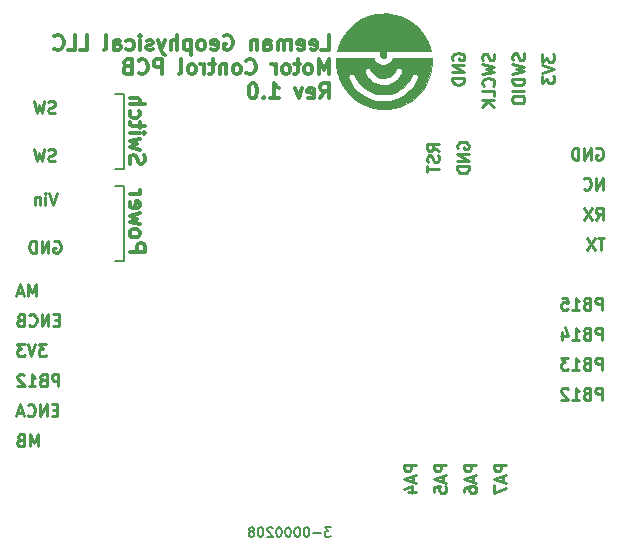
<source format=gbr>
G04 #@! TF.GenerationSoftware,KiCad,Pcbnew,8.0.1-rc1*
G04 #@! TF.CreationDate,2024-03-28T09:47:17-05:00*
G04 #@! TF.ProjectId,motor_control,6d6f746f-725f-4636-9f6e-74726f6c2e6b,1.0*
G04 #@! TF.SameCoordinates,Original*
G04 #@! TF.FileFunction,Legend,Bot*
G04 #@! TF.FilePolarity,Positive*
%FSLAX46Y46*%
G04 Gerber Fmt 4.6, Leading zero omitted, Abs format (unit mm)*
G04 Created by KiCad (PCBNEW 8.0.1-rc1) date 2024-03-28 09:47:17*
%MOMM*%
%LPD*%
G01*
G04 APERTURE LIST*
%ADD10C,0.150000*%
%ADD11C,0.250000*%
%ADD12C,0.317500*%
%ADD13C,0.203200*%
%ADD14C,0.300000*%
%ADD15C,0.010000*%
G04 APERTURE END LIST*
D10*
X127889000Y-83820000D02*
X127889000Y-90170000D01*
X127889000Y-97917000D02*
X127127000Y-97917000D01*
X127127000Y-91567000D02*
X127889000Y-91567000D01*
X127889000Y-90170000D02*
X127127000Y-90170000D01*
X127889000Y-91567000D02*
X127889000Y-97917000D01*
X127127000Y-83820000D02*
X127889000Y-83820000D01*
D11*
X159152000Y-80364295D02*
X159199619Y-80507152D01*
X159199619Y-80507152D02*
X159199619Y-80745247D01*
X159199619Y-80745247D02*
X159152000Y-80840485D01*
X159152000Y-80840485D02*
X159104380Y-80888104D01*
X159104380Y-80888104D02*
X159009142Y-80935723D01*
X159009142Y-80935723D02*
X158913904Y-80935723D01*
X158913904Y-80935723D02*
X158818666Y-80888104D01*
X158818666Y-80888104D02*
X158771047Y-80840485D01*
X158771047Y-80840485D02*
X158723428Y-80745247D01*
X158723428Y-80745247D02*
X158675809Y-80554771D01*
X158675809Y-80554771D02*
X158628190Y-80459533D01*
X158628190Y-80459533D02*
X158580571Y-80411914D01*
X158580571Y-80411914D02*
X158485333Y-80364295D01*
X158485333Y-80364295D02*
X158390095Y-80364295D01*
X158390095Y-80364295D02*
X158294857Y-80411914D01*
X158294857Y-80411914D02*
X158247238Y-80459533D01*
X158247238Y-80459533D02*
X158199619Y-80554771D01*
X158199619Y-80554771D02*
X158199619Y-80792866D01*
X158199619Y-80792866D02*
X158247238Y-80935723D01*
X158199619Y-81269057D02*
X159199619Y-81507152D01*
X159199619Y-81507152D02*
X158485333Y-81697628D01*
X158485333Y-81697628D02*
X159199619Y-81888104D01*
X159199619Y-81888104D02*
X158199619Y-82126200D01*
X159104380Y-83078580D02*
X159152000Y-83030961D01*
X159152000Y-83030961D02*
X159199619Y-82888104D01*
X159199619Y-82888104D02*
X159199619Y-82792866D01*
X159199619Y-82792866D02*
X159152000Y-82650009D01*
X159152000Y-82650009D02*
X159056761Y-82554771D01*
X159056761Y-82554771D02*
X158961523Y-82507152D01*
X158961523Y-82507152D02*
X158771047Y-82459533D01*
X158771047Y-82459533D02*
X158628190Y-82459533D01*
X158628190Y-82459533D02*
X158437714Y-82507152D01*
X158437714Y-82507152D02*
X158342476Y-82554771D01*
X158342476Y-82554771D02*
X158247238Y-82650009D01*
X158247238Y-82650009D02*
X158199619Y-82792866D01*
X158199619Y-82792866D02*
X158199619Y-82888104D01*
X158199619Y-82888104D02*
X158247238Y-83030961D01*
X158247238Y-83030961D02*
X158294857Y-83078580D01*
X159199619Y-83983342D02*
X159199619Y-83507152D01*
X159199619Y-83507152D02*
X158199619Y-83507152D01*
X159199619Y-84316676D02*
X158199619Y-84316676D01*
X159199619Y-84888104D02*
X158628190Y-84459533D01*
X158199619Y-84888104D02*
X158771047Y-84316676D01*
X168338285Y-109669619D02*
X168338285Y-108669619D01*
X168338285Y-108669619D02*
X167957333Y-108669619D01*
X167957333Y-108669619D02*
X167862095Y-108717238D01*
X167862095Y-108717238D02*
X167814476Y-108764857D01*
X167814476Y-108764857D02*
X167766857Y-108860095D01*
X167766857Y-108860095D02*
X167766857Y-109002952D01*
X167766857Y-109002952D02*
X167814476Y-109098190D01*
X167814476Y-109098190D02*
X167862095Y-109145809D01*
X167862095Y-109145809D02*
X167957333Y-109193428D01*
X167957333Y-109193428D02*
X168338285Y-109193428D01*
X167004952Y-109145809D02*
X166862095Y-109193428D01*
X166862095Y-109193428D02*
X166814476Y-109241047D01*
X166814476Y-109241047D02*
X166766857Y-109336285D01*
X166766857Y-109336285D02*
X166766857Y-109479142D01*
X166766857Y-109479142D02*
X166814476Y-109574380D01*
X166814476Y-109574380D02*
X166862095Y-109622000D01*
X166862095Y-109622000D02*
X166957333Y-109669619D01*
X166957333Y-109669619D02*
X167338285Y-109669619D01*
X167338285Y-109669619D02*
X167338285Y-108669619D01*
X167338285Y-108669619D02*
X167004952Y-108669619D01*
X167004952Y-108669619D02*
X166909714Y-108717238D01*
X166909714Y-108717238D02*
X166862095Y-108764857D01*
X166862095Y-108764857D02*
X166814476Y-108860095D01*
X166814476Y-108860095D02*
X166814476Y-108955333D01*
X166814476Y-108955333D02*
X166862095Y-109050571D01*
X166862095Y-109050571D02*
X166909714Y-109098190D01*
X166909714Y-109098190D02*
X167004952Y-109145809D01*
X167004952Y-109145809D02*
X167338285Y-109145809D01*
X165814476Y-109669619D02*
X166385904Y-109669619D01*
X166100190Y-109669619D02*
X166100190Y-108669619D01*
X166100190Y-108669619D02*
X166195428Y-108812476D01*
X166195428Y-108812476D02*
X166290666Y-108907714D01*
X166290666Y-108907714D02*
X166385904Y-108955333D01*
X165433523Y-108764857D02*
X165385904Y-108717238D01*
X165385904Y-108717238D02*
X165290666Y-108669619D01*
X165290666Y-108669619D02*
X165052571Y-108669619D01*
X165052571Y-108669619D02*
X164957333Y-108717238D01*
X164957333Y-108717238D02*
X164909714Y-108764857D01*
X164909714Y-108764857D02*
X164862095Y-108860095D01*
X164862095Y-108860095D02*
X164862095Y-108955333D01*
X164862095Y-108955333D02*
X164909714Y-109098190D01*
X164909714Y-109098190D02*
X165481142Y-109669619D01*
X165481142Y-109669619D02*
X164862095Y-109669619D01*
X121919904Y-96271238D02*
X122015142Y-96223619D01*
X122015142Y-96223619D02*
X122157999Y-96223619D01*
X122157999Y-96223619D02*
X122300856Y-96271238D01*
X122300856Y-96271238D02*
X122396094Y-96366476D01*
X122396094Y-96366476D02*
X122443713Y-96461714D01*
X122443713Y-96461714D02*
X122491332Y-96652190D01*
X122491332Y-96652190D02*
X122491332Y-96795047D01*
X122491332Y-96795047D02*
X122443713Y-96985523D01*
X122443713Y-96985523D02*
X122396094Y-97080761D01*
X122396094Y-97080761D02*
X122300856Y-97176000D01*
X122300856Y-97176000D02*
X122157999Y-97223619D01*
X122157999Y-97223619D02*
X122062761Y-97223619D01*
X122062761Y-97223619D02*
X121919904Y-97176000D01*
X121919904Y-97176000D02*
X121872285Y-97128380D01*
X121872285Y-97128380D02*
X121872285Y-96795047D01*
X121872285Y-96795047D02*
X122062761Y-96795047D01*
X121443713Y-97223619D02*
X121443713Y-96223619D01*
X121443713Y-96223619D02*
X120872285Y-97223619D01*
X120872285Y-97223619D02*
X120872285Y-96223619D01*
X120396094Y-97223619D02*
X120396094Y-96223619D01*
X120396094Y-96223619D02*
X120157999Y-96223619D01*
X120157999Y-96223619D02*
X120015142Y-96271238D01*
X120015142Y-96271238D02*
X119919904Y-96366476D01*
X119919904Y-96366476D02*
X119872285Y-96461714D01*
X119872285Y-96461714D02*
X119824666Y-96652190D01*
X119824666Y-96652190D02*
X119824666Y-96795047D01*
X119824666Y-96795047D02*
X119872285Y-96985523D01*
X119872285Y-96985523D02*
X119919904Y-97080761D01*
X119919904Y-97080761D02*
X120015142Y-97176000D01*
X120015142Y-97176000D02*
X120157999Y-97223619D01*
X120157999Y-97223619D02*
X120396094Y-97223619D01*
X152595619Y-115165333D02*
X151595619Y-115165333D01*
X151595619Y-115165333D02*
X151595619Y-115546285D01*
X151595619Y-115546285D02*
X151643238Y-115641523D01*
X151643238Y-115641523D02*
X151690857Y-115689142D01*
X151690857Y-115689142D02*
X151786095Y-115736761D01*
X151786095Y-115736761D02*
X151928952Y-115736761D01*
X151928952Y-115736761D02*
X152024190Y-115689142D01*
X152024190Y-115689142D02*
X152071809Y-115641523D01*
X152071809Y-115641523D02*
X152119428Y-115546285D01*
X152119428Y-115546285D02*
X152119428Y-115165333D01*
X152309904Y-116117714D02*
X152309904Y-116593904D01*
X152595619Y-116022476D02*
X151595619Y-116355809D01*
X151595619Y-116355809D02*
X152595619Y-116689142D01*
X151928952Y-117451047D02*
X152595619Y-117451047D01*
X151548000Y-117212952D02*
X152262285Y-116974857D01*
X152262285Y-116974857D02*
X152262285Y-117593904D01*
X120395904Y-100906619D02*
X120395904Y-99906619D01*
X120395904Y-99906619D02*
X120062571Y-100620904D01*
X120062571Y-100620904D02*
X119729238Y-99906619D01*
X119729238Y-99906619D02*
X119729238Y-100906619D01*
X119300666Y-100620904D02*
X118824476Y-100620904D01*
X119395904Y-100906619D02*
X119062571Y-99906619D01*
X119062571Y-99906619D02*
X118729238Y-100906619D01*
X122181808Y-92159619D02*
X121848475Y-93159619D01*
X121848475Y-93159619D02*
X121515142Y-92159619D01*
X121181808Y-93159619D02*
X121181808Y-92492952D01*
X121181808Y-92159619D02*
X121229427Y-92207238D01*
X121229427Y-92207238D02*
X121181808Y-92254857D01*
X121181808Y-92254857D02*
X121134189Y-92207238D01*
X121134189Y-92207238D02*
X121181808Y-92159619D01*
X121181808Y-92159619D02*
X121181808Y-92254857D01*
X120705618Y-92492952D02*
X120705618Y-93159619D01*
X120705618Y-92588190D02*
X120657999Y-92540571D01*
X120657999Y-92540571D02*
X120562761Y-92492952D01*
X120562761Y-92492952D02*
X120419904Y-92492952D01*
X120419904Y-92492952D02*
X120324666Y-92540571D01*
X120324666Y-92540571D02*
X120277047Y-92635809D01*
X120277047Y-92635809D02*
X120277047Y-93159619D01*
X160215619Y-115165333D02*
X159215619Y-115165333D01*
X159215619Y-115165333D02*
X159215619Y-115546285D01*
X159215619Y-115546285D02*
X159263238Y-115641523D01*
X159263238Y-115641523D02*
X159310857Y-115689142D01*
X159310857Y-115689142D02*
X159406095Y-115736761D01*
X159406095Y-115736761D02*
X159548952Y-115736761D01*
X159548952Y-115736761D02*
X159644190Y-115689142D01*
X159644190Y-115689142D02*
X159691809Y-115641523D01*
X159691809Y-115641523D02*
X159739428Y-115546285D01*
X159739428Y-115546285D02*
X159739428Y-115165333D01*
X159929904Y-116117714D02*
X159929904Y-116593904D01*
X160215619Y-116022476D02*
X159215619Y-116355809D01*
X159215619Y-116355809D02*
X160215619Y-116689142D01*
X159215619Y-116927238D02*
X159215619Y-117593904D01*
X159215619Y-117593904D02*
X160215619Y-117165333D01*
D12*
X128394460Y-89680142D02*
X128333983Y-89498713D01*
X128333983Y-89498713D02*
X128333983Y-89196332D01*
X128333983Y-89196332D02*
X128394460Y-89075380D01*
X128394460Y-89075380D02*
X128454936Y-89014904D01*
X128454936Y-89014904D02*
X128575888Y-88954427D01*
X128575888Y-88954427D02*
X128696840Y-88954427D01*
X128696840Y-88954427D02*
X128817793Y-89014904D01*
X128817793Y-89014904D02*
X128878269Y-89075380D01*
X128878269Y-89075380D02*
X128938745Y-89196332D01*
X128938745Y-89196332D02*
X128999221Y-89438237D01*
X128999221Y-89438237D02*
X129059698Y-89559189D01*
X129059698Y-89559189D02*
X129120174Y-89619666D01*
X129120174Y-89619666D02*
X129241126Y-89680142D01*
X129241126Y-89680142D02*
X129362079Y-89680142D01*
X129362079Y-89680142D02*
X129483031Y-89619666D01*
X129483031Y-89619666D02*
X129543507Y-89559189D01*
X129543507Y-89559189D02*
X129603983Y-89438237D01*
X129603983Y-89438237D02*
X129603983Y-89135856D01*
X129603983Y-89135856D02*
X129543507Y-88954427D01*
X129180650Y-88531094D02*
X128333983Y-88289189D01*
X128333983Y-88289189D02*
X128938745Y-88047284D01*
X128938745Y-88047284D02*
X128333983Y-87805380D01*
X128333983Y-87805380D02*
X129180650Y-87563475D01*
X128333983Y-87079666D02*
X129180650Y-87079666D01*
X129603983Y-87079666D02*
X129543507Y-87140142D01*
X129543507Y-87140142D02*
X129483031Y-87079666D01*
X129483031Y-87079666D02*
X129543507Y-87019189D01*
X129543507Y-87019189D02*
X129603983Y-87079666D01*
X129603983Y-87079666D02*
X129483031Y-87079666D01*
X129180650Y-86656332D02*
X129180650Y-86172523D01*
X129603983Y-86474904D02*
X128515412Y-86474904D01*
X128515412Y-86474904D02*
X128394460Y-86414427D01*
X128394460Y-86414427D02*
X128333983Y-86293475D01*
X128333983Y-86293475D02*
X128333983Y-86172523D01*
X128394460Y-85204904D02*
X128333983Y-85325856D01*
X128333983Y-85325856D02*
X128333983Y-85567761D01*
X128333983Y-85567761D02*
X128394460Y-85688713D01*
X128394460Y-85688713D02*
X128454936Y-85749190D01*
X128454936Y-85749190D02*
X128575888Y-85809666D01*
X128575888Y-85809666D02*
X128938745Y-85809666D01*
X128938745Y-85809666D02*
X129059698Y-85749190D01*
X129059698Y-85749190D02*
X129120174Y-85688713D01*
X129120174Y-85688713D02*
X129180650Y-85567761D01*
X129180650Y-85567761D02*
X129180650Y-85325856D01*
X129180650Y-85325856D02*
X129120174Y-85204904D01*
X128333983Y-84660619D02*
X129603983Y-84660619D01*
X128333983Y-84116333D02*
X128999221Y-84116333D01*
X128999221Y-84116333D02*
X129120174Y-84176809D01*
X129120174Y-84176809D02*
X129180650Y-84297761D01*
X129180650Y-84297761D02*
X129180650Y-84479190D01*
X129180650Y-84479190D02*
X129120174Y-84600142D01*
X129120174Y-84600142D02*
X129059698Y-84660619D01*
D11*
X167854285Y-88397238D02*
X167949523Y-88349619D01*
X167949523Y-88349619D02*
X168092380Y-88349619D01*
X168092380Y-88349619D02*
X168235237Y-88397238D01*
X168235237Y-88397238D02*
X168330475Y-88492476D01*
X168330475Y-88492476D02*
X168378094Y-88587714D01*
X168378094Y-88587714D02*
X168425713Y-88778190D01*
X168425713Y-88778190D02*
X168425713Y-88921047D01*
X168425713Y-88921047D02*
X168378094Y-89111523D01*
X168378094Y-89111523D02*
X168330475Y-89206761D01*
X168330475Y-89206761D02*
X168235237Y-89302000D01*
X168235237Y-89302000D02*
X168092380Y-89349619D01*
X168092380Y-89349619D02*
X167997142Y-89349619D01*
X167997142Y-89349619D02*
X167854285Y-89302000D01*
X167854285Y-89302000D02*
X167806666Y-89254380D01*
X167806666Y-89254380D02*
X167806666Y-88921047D01*
X167806666Y-88921047D02*
X167997142Y-88921047D01*
X167378094Y-89349619D02*
X167378094Y-88349619D01*
X167378094Y-88349619D02*
X166806666Y-89349619D01*
X166806666Y-89349619D02*
X166806666Y-88349619D01*
X166330475Y-89349619D02*
X166330475Y-88349619D01*
X166330475Y-88349619D02*
X166092380Y-88349619D01*
X166092380Y-88349619D02*
X165949523Y-88397238D01*
X165949523Y-88397238D02*
X165854285Y-88492476D01*
X165854285Y-88492476D02*
X165806666Y-88587714D01*
X165806666Y-88587714D02*
X165759047Y-88778190D01*
X165759047Y-88778190D02*
X165759047Y-88921047D01*
X165759047Y-88921047D02*
X165806666Y-89111523D01*
X165806666Y-89111523D02*
X165854285Y-89206761D01*
X165854285Y-89206761D02*
X165949523Y-89302000D01*
X165949523Y-89302000D02*
X166092380Y-89349619D01*
X166092380Y-89349619D02*
X166330475Y-89349619D01*
X122348284Y-102922809D02*
X122014951Y-102922809D01*
X121872094Y-103446619D02*
X122348284Y-103446619D01*
X122348284Y-103446619D02*
X122348284Y-102446619D01*
X122348284Y-102446619D02*
X121872094Y-102446619D01*
X121443522Y-103446619D02*
X121443522Y-102446619D01*
X121443522Y-102446619D02*
X120872094Y-103446619D01*
X120872094Y-103446619D02*
X120872094Y-102446619D01*
X119824475Y-103351380D02*
X119872094Y-103399000D01*
X119872094Y-103399000D02*
X120014951Y-103446619D01*
X120014951Y-103446619D02*
X120110189Y-103446619D01*
X120110189Y-103446619D02*
X120253046Y-103399000D01*
X120253046Y-103399000D02*
X120348284Y-103303761D01*
X120348284Y-103303761D02*
X120395903Y-103208523D01*
X120395903Y-103208523D02*
X120443522Y-103018047D01*
X120443522Y-103018047D02*
X120443522Y-102875190D01*
X120443522Y-102875190D02*
X120395903Y-102684714D01*
X120395903Y-102684714D02*
X120348284Y-102589476D01*
X120348284Y-102589476D02*
X120253046Y-102494238D01*
X120253046Y-102494238D02*
X120110189Y-102446619D01*
X120110189Y-102446619D02*
X120014951Y-102446619D01*
X120014951Y-102446619D02*
X119872094Y-102494238D01*
X119872094Y-102494238D02*
X119824475Y-102541857D01*
X119062570Y-102922809D02*
X118919713Y-102970428D01*
X118919713Y-102970428D02*
X118872094Y-103018047D01*
X118872094Y-103018047D02*
X118824475Y-103113285D01*
X118824475Y-103113285D02*
X118824475Y-103256142D01*
X118824475Y-103256142D02*
X118872094Y-103351380D01*
X118872094Y-103351380D02*
X118919713Y-103399000D01*
X118919713Y-103399000D02*
X119014951Y-103446619D01*
X119014951Y-103446619D02*
X119395903Y-103446619D01*
X119395903Y-103446619D02*
X119395903Y-102446619D01*
X119395903Y-102446619D02*
X119062570Y-102446619D01*
X119062570Y-102446619D02*
X118967332Y-102494238D01*
X118967332Y-102494238D02*
X118919713Y-102541857D01*
X118919713Y-102541857D02*
X118872094Y-102637095D01*
X118872094Y-102637095D02*
X118872094Y-102732333D01*
X118872094Y-102732333D02*
X118919713Y-102827571D01*
X118919713Y-102827571D02*
X118967332Y-102875190D01*
X118967332Y-102875190D02*
X119062570Y-102922809D01*
X119062570Y-102922809D02*
X119395903Y-102922809D01*
X122015142Y-89429000D02*
X121872285Y-89476619D01*
X121872285Y-89476619D02*
X121634190Y-89476619D01*
X121634190Y-89476619D02*
X121538952Y-89429000D01*
X121538952Y-89429000D02*
X121491333Y-89381380D01*
X121491333Y-89381380D02*
X121443714Y-89286142D01*
X121443714Y-89286142D02*
X121443714Y-89190904D01*
X121443714Y-89190904D02*
X121491333Y-89095666D01*
X121491333Y-89095666D02*
X121538952Y-89048047D01*
X121538952Y-89048047D02*
X121634190Y-89000428D01*
X121634190Y-89000428D02*
X121824666Y-88952809D01*
X121824666Y-88952809D02*
X121919904Y-88905190D01*
X121919904Y-88905190D02*
X121967523Y-88857571D01*
X121967523Y-88857571D02*
X122015142Y-88762333D01*
X122015142Y-88762333D02*
X122015142Y-88667095D01*
X122015142Y-88667095D02*
X121967523Y-88571857D01*
X121967523Y-88571857D02*
X121919904Y-88524238D01*
X121919904Y-88524238D02*
X121824666Y-88476619D01*
X121824666Y-88476619D02*
X121586571Y-88476619D01*
X121586571Y-88476619D02*
X121443714Y-88524238D01*
X121110380Y-88476619D02*
X120872285Y-89476619D01*
X120872285Y-89476619D02*
X120681809Y-88762333D01*
X120681809Y-88762333D02*
X120491333Y-89476619D01*
X120491333Y-89476619D02*
X120253238Y-88476619D01*
X122015142Y-85365000D02*
X121872285Y-85412619D01*
X121872285Y-85412619D02*
X121634190Y-85412619D01*
X121634190Y-85412619D02*
X121538952Y-85365000D01*
X121538952Y-85365000D02*
X121491333Y-85317380D01*
X121491333Y-85317380D02*
X121443714Y-85222142D01*
X121443714Y-85222142D02*
X121443714Y-85126904D01*
X121443714Y-85126904D02*
X121491333Y-85031666D01*
X121491333Y-85031666D02*
X121538952Y-84984047D01*
X121538952Y-84984047D02*
X121634190Y-84936428D01*
X121634190Y-84936428D02*
X121824666Y-84888809D01*
X121824666Y-84888809D02*
X121919904Y-84841190D01*
X121919904Y-84841190D02*
X121967523Y-84793571D01*
X121967523Y-84793571D02*
X122015142Y-84698333D01*
X122015142Y-84698333D02*
X122015142Y-84603095D01*
X122015142Y-84603095D02*
X121967523Y-84507857D01*
X121967523Y-84507857D02*
X121919904Y-84460238D01*
X121919904Y-84460238D02*
X121824666Y-84412619D01*
X121824666Y-84412619D02*
X121586571Y-84412619D01*
X121586571Y-84412619D02*
X121443714Y-84460238D01*
X121110380Y-84412619D02*
X120872285Y-85412619D01*
X120872285Y-85412619D02*
X120681809Y-84698333D01*
X120681809Y-84698333D02*
X120491333Y-85412619D01*
X120491333Y-85412619D02*
X120253238Y-84412619D01*
X120538760Y-113606619D02*
X120538760Y-112606619D01*
X120538760Y-112606619D02*
X120205427Y-113320904D01*
X120205427Y-113320904D02*
X119872094Y-112606619D01*
X119872094Y-112606619D02*
X119872094Y-113606619D01*
X119062570Y-113082809D02*
X118919713Y-113130428D01*
X118919713Y-113130428D02*
X118872094Y-113178047D01*
X118872094Y-113178047D02*
X118824475Y-113273285D01*
X118824475Y-113273285D02*
X118824475Y-113416142D01*
X118824475Y-113416142D02*
X118872094Y-113511380D01*
X118872094Y-113511380D02*
X118919713Y-113559000D01*
X118919713Y-113559000D02*
X119014951Y-113606619D01*
X119014951Y-113606619D02*
X119395903Y-113606619D01*
X119395903Y-113606619D02*
X119395903Y-112606619D01*
X119395903Y-112606619D02*
X119062570Y-112606619D01*
X119062570Y-112606619D02*
X118967332Y-112654238D01*
X118967332Y-112654238D02*
X118919713Y-112701857D01*
X118919713Y-112701857D02*
X118872094Y-112797095D01*
X118872094Y-112797095D02*
X118872094Y-112892333D01*
X118872094Y-112892333D02*
X118919713Y-112987571D01*
X118919713Y-112987571D02*
X118967332Y-113035190D01*
X118967332Y-113035190D02*
X119062570Y-113082809D01*
X119062570Y-113082809D02*
X119395903Y-113082809D01*
X156088238Y-88392095D02*
X156040619Y-88296857D01*
X156040619Y-88296857D02*
X156040619Y-88154000D01*
X156040619Y-88154000D02*
X156088238Y-88011143D01*
X156088238Y-88011143D02*
X156183476Y-87915905D01*
X156183476Y-87915905D02*
X156278714Y-87868286D01*
X156278714Y-87868286D02*
X156469190Y-87820667D01*
X156469190Y-87820667D02*
X156612047Y-87820667D01*
X156612047Y-87820667D02*
X156802523Y-87868286D01*
X156802523Y-87868286D02*
X156897761Y-87915905D01*
X156897761Y-87915905D02*
X156993000Y-88011143D01*
X156993000Y-88011143D02*
X157040619Y-88154000D01*
X157040619Y-88154000D02*
X157040619Y-88249238D01*
X157040619Y-88249238D02*
X156993000Y-88392095D01*
X156993000Y-88392095D02*
X156945380Y-88439714D01*
X156945380Y-88439714D02*
X156612047Y-88439714D01*
X156612047Y-88439714D02*
X156612047Y-88249238D01*
X157040619Y-88868286D02*
X156040619Y-88868286D01*
X156040619Y-88868286D02*
X157040619Y-89439714D01*
X157040619Y-89439714D02*
X156040619Y-89439714D01*
X157040619Y-89915905D02*
X156040619Y-89915905D01*
X156040619Y-89915905D02*
X156040619Y-90154000D01*
X156040619Y-90154000D02*
X156088238Y-90296857D01*
X156088238Y-90296857D02*
X156183476Y-90392095D01*
X156183476Y-90392095D02*
X156278714Y-90439714D01*
X156278714Y-90439714D02*
X156469190Y-90487333D01*
X156469190Y-90487333D02*
X156612047Y-90487333D01*
X156612047Y-90487333D02*
X156802523Y-90439714D01*
X156802523Y-90439714D02*
X156897761Y-90392095D01*
X156897761Y-90392095D02*
X156993000Y-90296857D01*
X156993000Y-90296857D02*
X157040619Y-90154000D01*
X157040619Y-90154000D02*
X157040619Y-89915905D01*
X168520952Y-95969619D02*
X167949524Y-95969619D01*
X168235238Y-96969619D02*
X168235238Y-95969619D01*
X167711428Y-95969619D02*
X167044762Y-96969619D01*
X167044762Y-95969619D02*
X167711428Y-96969619D01*
X161692000Y-80354753D02*
X161739619Y-80497610D01*
X161739619Y-80497610D02*
X161739619Y-80735705D01*
X161739619Y-80735705D02*
X161692000Y-80830943D01*
X161692000Y-80830943D02*
X161644380Y-80878562D01*
X161644380Y-80878562D02*
X161549142Y-80926181D01*
X161549142Y-80926181D02*
X161453904Y-80926181D01*
X161453904Y-80926181D02*
X161358666Y-80878562D01*
X161358666Y-80878562D02*
X161311047Y-80830943D01*
X161311047Y-80830943D02*
X161263428Y-80735705D01*
X161263428Y-80735705D02*
X161215809Y-80545229D01*
X161215809Y-80545229D02*
X161168190Y-80449991D01*
X161168190Y-80449991D02*
X161120571Y-80402372D01*
X161120571Y-80402372D02*
X161025333Y-80354753D01*
X161025333Y-80354753D02*
X160930095Y-80354753D01*
X160930095Y-80354753D02*
X160834857Y-80402372D01*
X160834857Y-80402372D02*
X160787238Y-80449991D01*
X160787238Y-80449991D02*
X160739619Y-80545229D01*
X160739619Y-80545229D02*
X160739619Y-80783324D01*
X160739619Y-80783324D02*
X160787238Y-80926181D01*
X160739619Y-81259515D02*
X161739619Y-81497610D01*
X161739619Y-81497610D02*
X161025333Y-81688086D01*
X161025333Y-81688086D02*
X161739619Y-81878562D01*
X161739619Y-81878562D02*
X160739619Y-82116658D01*
X161739619Y-82497610D02*
X160739619Y-82497610D01*
X160739619Y-82497610D02*
X160739619Y-82735705D01*
X160739619Y-82735705D02*
X160787238Y-82878562D01*
X160787238Y-82878562D02*
X160882476Y-82973800D01*
X160882476Y-82973800D02*
X160977714Y-83021419D01*
X160977714Y-83021419D02*
X161168190Y-83069038D01*
X161168190Y-83069038D02*
X161311047Y-83069038D01*
X161311047Y-83069038D02*
X161501523Y-83021419D01*
X161501523Y-83021419D02*
X161596761Y-82973800D01*
X161596761Y-82973800D02*
X161692000Y-82878562D01*
X161692000Y-82878562D02*
X161739619Y-82735705D01*
X161739619Y-82735705D02*
X161739619Y-82497610D01*
X161739619Y-83497610D02*
X160739619Y-83497610D01*
X160739619Y-84164276D02*
X160739619Y-84354752D01*
X160739619Y-84354752D02*
X160787238Y-84449990D01*
X160787238Y-84449990D02*
X160882476Y-84545228D01*
X160882476Y-84545228D02*
X161072952Y-84592847D01*
X161072952Y-84592847D02*
X161406285Y-84592847D01*
X161406285Y-84592847D02*
X161596761Y-84545228D01*
X161596761Y-84545228D02*
X161692000Y-84449990D01*
X161692000Y-84449990D02*
X161739619Y-84354752D01*
X161739619Y-84354752D02*
X161739619Y-84164276D01*
X161739619Y-84164276D02*
X161692000Y-84069038D01*
X161692000Y-84069038D02*
X161596761Y-83973800D01*
X161596761Y-83973800D02*
X161406285Y-83926181D01*
X161406285Y-83926181D02*
X161072952Y-83926181D01*
X161072952Y-83926181D02*
X160882476Y-83973800D01*
X160882476Y-83973800D02*
X160787238Y-84069038D01*
X160787238Y-84069038D02*
X160739619Y-84164276D01*
X155135619Y-115165333D02*
X154135619Y-115165333D01*
X154135619Y-115165333D02*
X154135619Y-115546285D01*
X154135619Y-115546285D02*
X154183238Y-115641523D01*
X154183238Y-115641523D02*
X154230857Y-115689142D01*
X154230857Y-115689142D02*
X154326095Y-115736761D01*
X154326095Y-115736761D02*
X154468952Y-115736761D01*
X154468952Y-115736761D02*
X154564190Y-115689142D01*
X154564190Y-115689142D02*
X154611809Y-115641523D01*
X154611809Y-115641523D02*
X154659428Y-115546285D01*
X154659428Y-115546285D02*
X154659428Y-115165333D01*
X154849904Y-116117714D02*
X154849904Y-116593904D01*
X155135619Y-116022476D02*
X154135619Y-116355809D01*
X154135619Y-116355809D02*
X155135619Y-116689142D01*
X154135619Y-117498666D02*
X154135619Y-117022476D01*
X154135619Y-117022476D02*
X154611809Y-116974857D01*
X154611809Y-116974857D02*
X154564190Y-117022476D01*
X154564190Y-117022476D02*
X154516571Y-117117714D01*
X154516571Y-117117714D02*
X154516571Y-117355809D01*
X154516571Y-117355809D02*
X154564190Y-117451047D01*
X154564190Y-117451047D02*
X154611809Y-117498666D01*
X154611809Y-117498666D02*
X154707047Y-117546285D01*
X154707047Y-117546285D02*
X154945142Y-117546285D01*
X154945142Y-117546285D02*
X155040380Y-117498666D01*
X155040380Y-117498666D02*
X155088000Y-117451047D01*
X155088000Y-117451047D02*
X155135619Y-117355809D01*
X155135619Y-117355809D02*
X155135619Y-117117714D01*
X155135619Y-117117714D02*
X155088000Y-117022476D01*
X155088000Y-117022476D02*
X155040380Y-116974857D01*
X168338285Y-107129619D02*
X168338285Y-106129619D01*
X168338285Y-106129619D02*
X167957333Y-106129619D01*
X167957333Y-106129619D02*
X167862095Y-106177238D01*
X167862095Y-106177238D02*
X167814476Y-106224857D01*
X167814476Y-106224857D02*
X167766857Y-106320095D01*
X167766857Y-106320095D02*
X167766857Y-106462952D01*
X167766857Y-106462952D02*
X167814476Y-106558190D01*
X167814476Y-106558190D02*
X167862095Y-106605809D01*
X167862095Y-106605809D02*
X167957333Y-106653428D01*
X167957333Y-106653428D02*
X168338285Y-106653428D01*
X167004952Y-106605809D02*
X166862095Y-106653428D01*
X166862095Y-106653428D02*
X166814476Y-106701047D01*
X166814476Y-106701047D02*
X166766857Y-106796285D01*
X166766857Y-106796285D02*
X166766857Y-106939142D01*
X166766857Y-106939142D02*
X166814476Y-107034380D01*
X166814476Y-107034380D02*
X166862095Y-107082000D01*
X166862095Y-107082000D02*
X166957333Y-107129619D01*
X166957333Y-107129619D02*
X167338285Y-107129619D01*
X167338285Y-107129619D02*
X167338285Y-106129619D01*
X167338285Y-106129619D02*
X167004952Y-106129619D01*
X167004952Y-106129619D02*
X166909714Y-106177238D01*
X166909714Y-106177238D02*
X166862095Y-106224857D01*
X166862095Y-106224857D02*
X166814476Y-106320095D01*
X166814476Y-106320095D02*
X166814476Y-106415333D01*
X166814476Y-106415333D02*
X166862095Y-106510571D01*
X166862095Y-106510571D02*
X166909714Y-106558190D01*
X166909714Y-106558190D02*
X167004952Y-106605809D01*
X167004952Y-106605809D02*
X167338285Y-106605809D01*
X165814476Y-107129619D02*
X166385904Y-107129619D01*
X166100190Y-107129619D02*
X166100190Y-106129619D01*
X166100190Y-106129619D02*
X166195428Y-106272476D01*
X166195428Y-106272476D02*
X166290666Y-106367714D01*
X166290666Y-106367714D02*
X166385904Y-106415333D01*
X165481142Y-106129619D02*
X164862095Y-106129619D01*
X164862095Y-106129619D02*
X165195428Y-106510571D01*
X165195428Y-106510571D02*
X165052571Y-106510571D01*
X165052571Y-106510571D02*
X164957333Y-106558190D01*
X164957333Y-106558190D02*
X164909714Y-106605809D01*
X164909714Y-106605809D02*
X164862095Y-106701047D01*
X164862095Y-106701047D02*
X164862095Y-106939142D01*
X164862095Y-106939142D02*
X164909714Y-107034380D01*
X164909714Y-107034380D02*
X164957333Y-107082000D01*
X164957333Y-107082000D02*
X165052571Y-107129619D01*
X165052571Y-107129619D02*
X165338285Y-107129619D01*
X165338285Y-107129619D02*
X165433523Y-107082000D01*
X165433523Y-107082000D02*
X165481142Y-107034380D01*
X167806666Y-94429619D02*
X168139999Y-93953428D01*
X168378094Y-94429619D02*
X168378094Y-93429619D01*
X168378094Y-93429619D02*
X167997142Y-93429619D01*
X167997142Y-93429619D02*
X167901904Y-93477238D01*
X167901904Y-93477238D02*
X167854285Y-93524857D01*
X167854285Y-93524857D02*
X167806666Y-93620095D01*
X167806666Y-93620095D02*
X167806666Y-93762952D01*
X167806666Y-93762952D02*
X167854285Y-93858190D01*
X167854285Y-93858190D02*
X167901904Y-93905809D01*
X167901904Y-93905809D02*
X167997142Y-93953428D01*
X167997142Y-93953428D02*
X168378094Y-93953428D01*
X167473332Y-93429619D02*
X166806666Y-94429619D01*
X166806666Y-93429619D02*
X167473332Y-94429619D01*
X122205428Y-110542809D02*
X121872095Y-110542809D01*
X121729238Y-111066619D02*
X122205428Y-111066619D01*
X122205428Y-111066619D02*
X122205428Y-110066619D01*
X122205428Y-110066619D02*
X121729238Y-110066619D01*
X121300666Y-111066619D02*
X121300666Y-110066619D01*
X121300666Y-110066619D02*
X120729238Y-111066619D01*
X120729238Y-111066619D02*
X120729238Y-110066619D01*
X119681619Y-110971380D02*
X119729238Y-111019000D01*
X119729238Y-111019000D02*
X119872095Y-111066619D01*
X119872095Y-111066619D02*
X119967333Y-111066619D01*
X119967333Y-111066619D02*
X120110190Y-111019000D01*
X120110190Y-111019000D02*
X120205428Y-110923761D01*
X120205428Y-110923761D02*
X120253047Y-110828523D01*
X120253047Y-110828523D02*
X120300666Y-110638047D01*
X120300666Y-110638047D02*
X120300666Y-110495190D01*
X120300666Y-110495190D02*
X120253047Y-110304714D01*
X120253047Y-110304714D02*
X120205428Y-110209476D01*
X120205428Y-110209476D02*
X120110190Y-110114238D01*
X120110190Y-110114238D02*
X119967333Y-110066619D01*
X119967333Y-110066619D02*
X119872095Y-110066619D01*
X119872095Y-110066619D02*
X119729238Y-110114238D01*
X119729238Y-110114238D02*
X119681619Y-110161857D01*
X119300666Y-110780904D02*
X118824476Y-110780904D01*
X119395904Y-111066619D02*
X119062571Y-110066619D01*
X119062571Y-110066619D02*
X118729238Y-111066619D01*
X154500619Y-88606380D02*
X154024428Y-88273047D01*
X154500619Y-88034952D02*
X153500619Y-88034952D01*
X153500619Y-88034952D02*
X153500619Y-88415904D01*
X153500619Y-88415904D02*
X153548238Y-88511142D01*
X153548238Y-88511142D02*
X153595857Y-88558761D01*
X153595857Y-88558761D02*
X153691095Y-88606380D01*
X153691095Y-88606380D02*
X153833952Y-88606380D01*
X153833952Y-88606380D02*
X153929190Y-88558761D01*
X153929190Y-88558761D02*
X153976809Y-88511142D01*
X153976809Y-88511142D02*
X154024428Y-88415904D01*
X154024428Y-88415904D02*
X154024428Y-88034952D01*
X154453000Y-88987333D02*
X154500619Y-89130190D01*
X154500619Y-89130190D02*
X154500619Y-89368285D01*
X154500619Y-89368285D02*
X154453000Y-89463523D01*
X154453000Y-89463523D02*
X154405380Y-89511142D01*
X154405380Y-89511142D02*
X154310142Y-89558761D01*
X154310142Y-89558761D02*
X154214904Y-89558761D01*
X154214904Y-89558761D02*
X154119666Y-89511142D01*
X154119666Y-89511142D02*
X154072047Y-89463523D01*
X154072047Y-89463523D02*
X154024428Y-89368285D01*
X154024428Y-89368285D02*
X153976809Y-89177809D01*
X153976809Y-89177809D02*
X153929190Y-89082571D01*
X153929190Y-89082571D02*
X153881571Y-89034952D01*
X153881571Y-89034952D02*
X153786333Y-88987333D01*
X153786333Y-88987333D02*
X153691095Y-88987333D01*
X153691095Y-88987333D02*
X153595857Y-89034952D01*
X153595857Y-89034952D02*
X153548238Y-89082571D01*
X153548238Y-89082571D02*
X153500619Y-89177809D01*
X153500619Y-89177809D02*
X153500619Y-89415904D01*
X153500619Y-89415904D02*
X153548238Y-89558761D01*
X153500619Y-89844476D02*
X153500619Y-90415904D01*
X154500619Y-90130190D02*
X153500619Y-90130190D01*
X168338285Y-102049619D02*
X168338285Y-101049619D01*
X168338285Y-101049619D02*
X167957333Y-101049619D01*
X167957333Y-101049619D02*
X167862095Y-101097238D01*
X167862095Y-101097238D02*
X167814476Y-101144857D01*
X167814476Y-101144857D02*
X167766857Y-101240095D01*
X167766857Y-101240095D02*
X167766857Y-101382952D01*
X167766857Y-101382952D02*
X167814476Y-101478190D01*
X167814476Y-101478190D02*
X167862095Y-101525809D01*
X167862095Y-101525809D02*
X167957333Y-101573428D01*
X167957333Y-101573428D02*
X168338285Y-101573428D01*
X167004952Y-101525809D02*
X166862095Y-101573428D01*
X166862095Y-101573428D02*
X166814476Y-101621047D01*
X166814476Y-101621047D02*
X166766857Y-101716285D01*
X166766857Y-101716285D02*
X166766857Y-101859142D01*
X166766857Y-101859142D02*
X166814476Y-101954380D01*
X166814476Y-101954380D02*
X166862095Y-102002000D01*
X166862095Y-102002000D02*
X166957333Y-102049619D01*
X166957333Y-102049619D02*
X167338285Y-102049619D01*
X167338285Y-102049619D02*
X167338285Y-101049619D01*
X167338285Y-101049619D02*
X167004952Y-101049619D01*
X167004952Y-101049619D02*
X166909714Y-101097238D01*
X166909714Y-101097238D02*
X166862095Y-101144857D01*
X166862095Y-101144857D02*
X166814476Y-101240095D01*
X166814476Y-101240095D02*
X166814476Y-101335333D01*
X166814476Y-101335333D02*
X166862095Y-101430571D01*
X166862095Y-101430571D02*
X166909714Y-101478190D01*
X166909714Y-101478190D02*
X167004952Y-101525809D01*
X167004952Y-101525809D02*
X167338285Y-101525809D01*
X165814476Y-102049619D02*
X166385904Y-102049619D01*
X166100190Y-102049619D02*
X166100190Y-101049619D01*
X166100190Y-101049619D02*
X166195428Y-101192476D01*
X166195428Y-101192476D02*
X166290666Y-101287714D01*
X166290666Y-101287714D02*
X166385904Y-101335333D01*
X164909714Y-101049619D02*
X165385904Y-101049619D01*
X165385904Y-101049619D02*
X165433523Y-101525809D01*
X165433523Y-101525809D02*
X165385904Y-101478190D01*
X165385904Y-101478190D02*
X165290666Y-101430571D01*
X165290666Y-101430571D02*
X165052571Y-101430571D01*
X165052571Y-101430571D02*
X164957333Y-101478190D01*
X164957333Y-101478190D02*
X164909714Y-101525809D01*
X164909714Y-101525809D02*
X164862095Y-101621047D01*
X164862095Y-101621047D02*
X164862095Y-101859142D01*
X164862095Y-101859142D02*
X164909714Y-101954380D01*
X164909714Y-101954380D02*
X164957333Y-102002000D01*
X164957333Y-102002000D02*
X165052571Y-102049619D01*
X165052571Y-102049619D02*
X165290666Y-102049619D01*
X165290666Y-102049619D02*
X165385904Y-102002000D01*
X165385904Y-102002000D02*
X165433523Y-101954380D01*
X168378094Y-91889619D02*
X168378094Y-90889619D01*
X168378094Y-90889619D02*
X167806666Y-91889619D01*
X167806666Y-91889619D02*
X167806666Y-90889619D01*
X166759047Y-91794380D02*
X166806666Y-91842000D01*
X166806666Y-91842000D02*
X166949523Y-91889619D01*
X166949523Y-91889619D02*
X167044761Y-91889619D01*
X167044761Y-91889619D02*
X167187618Y-91842000D01*
X167187618Y-91842000D02*
X167282856Y-91746761D01*
X167282856Y-91746761D02*
X167330475Y-91651523D01*
X167330475Y-91651523D02*
X167378094Y-91461047D01*
X167378094Y-91461047D02*
X167378094Y-91318190D01*
X167378094Y-91318190D02*
X167330475Y-91127714D01*
X167330475Y-91127714D02*
X167282856Y-91032476D01*
X167282856Y-91032476D02*
X167187618Y-90937238D01*
X167187618Y-90937238D02*
X167044761Y-90889619D01*
X167044761Y-90889619D02*
X166949523Y-90889619D01*
X166949523Y-90889619D02*
X166806666Y-90937238D01*
X166806666Y-90937238D02*
X166759047Y-90984857D01*
X155707238Y-80899095D02*
X155659619Y-80803857D01*
X155659619Y-80803857D02*
X155659619Y-80661000D01*
X155659619Y-80661000D02*
X155707238Y-80518143D01*
X155707238Y-80518143D02*
X155802476Y-80422905D01*
X155802476Y-80422905D02*
X155897714Y-80375286D01*
X155897714Y-80375286D02*
X156088190Y-80327667D01*
X156088190Y-80327667D02*
X156231047Y-80327667D01*
X156231047Y-80327667D02*
X156421523Y-80375286D01*
X156421523Y-80375286D02*
X156516761Y-80422905D01*
X156516761Y-80422905D02*
X156612000Y-80518143D01*
X156612000Y-80518143D02*
X156659619Y-80661000D01*
X156659619Y-80661000D02*
X156659619Y-80756238D01*
X156659619Y-80756238D02*
X156612000Y-80899095D01*
X156612000Y-80899095D02*
X156564380Y-80946714D01*
X156564380Y-80946714D02*
X156231047Y-80946714D01*
X156231047Y-80946714D02*
X156231047Y-80756238D01*
X156659619Y-81375286D02*
X155659619Y-81375286D01*
X155659619Y-81375286D02*
X156659619Y-81946714D01*
X156659619Y-81946714D02*
X155659619Y-81946714D01*
X156659619Y-82422905D02*
X155659619Y-82422905D01*
X155659619Y-82422905D02*
X155659619Y-82661000D01*
X155659619Y-82661000D02*
X155707238Y-82803857D01*
X155707238Y-82803857D02*
X155802476Y-82899095D01*
X155802476Y-82899095D02*
X155897714Y-82946714D01*
X155897714Y-82946714D02*
X156088190Y-82994333D01*
X156088190Y-82994333D02*
X156231047Y-82994333D01*
X156231047Y-82994333D02*
X156421523Y-82946714D01*
X156421523Y-82946714D02*
X156516761Y-82899095D01*
X156516761Y-82899095D02*
X156612000Y-82803857D01*
X156612000Y-82803857D02*
X156659619Y-82661000D01*
X156659619Y-82661000D02*
X156659619Y-82422905D01*
X168338285Y-104589619D02*
X168338285Y-103589619D01*
X168338285Y-103589619D02*
X167957333Y-103589619D01*
X167957333Y-103589619D02*
X167862095Y-103637238D01*
X167862095Y-103637238D02*
X167814476Y-103684857D01*
X167814476Y-103684857D02*
X167766857Y-103780095D01*
X167766857Y-103780095D02*
X167766857Y-103922952D01*
X167766857Y-103922952D02*
X167814476Y-104018190D01*
X167814476Y-104018190D02*
X167862095Y-104065809D01*
X167862095Y-104065809D02*
X167957333Y-104113428D01*
X167957333Y-104113428D02*
X168338285Y-104113428D01*
X167004952Y-104065809D02*
X166862095Y-104113428D01*
X166862095Y-104113428D02*
X166814476Y-104161047D01*
X166814476Y-104161047D02*
X166766857Y-104256285D01*
X166766857Y-104256285D02*
X166766857Y-104399142D01*
X166766857Y-104399142D02*
X166814476Y-104494380D01*
X166814476Y-104494380D02*
X166862095Y-104542000D01*
X166862095Y-104542000D02*
X166957333Y-104589619D01*
X166957333Y-104589619D02*
X167338285Y-104589619D01*
X167338285Y-104589619D02*
X167338285Y-103589619D01*
X167338285Y-103589619D02*
X167004952Y-103589619D01*
X167004952Y-103589619D02*
X166909714Y-103637238D01*
X166909714Y-103637238D02*
X166862095Y-103684857D01*
X166862095Y-103684857D02*
X166814476Y-103780095D01*
X166814476Y-103780095D02*
X166814476Y-103875333D01*
X166814476Y-103875333D02*
X166862095Y-103970571D01*
X166862095Y-103970571D02*
X166909714Y-104018190D01*
X166909714Y-104018190D02*
X167004952Y-104065809D01*
X167004952Y-104065809D02*
X167338285Y-104065809D01*
X165814476Y-104589619D02*
X166385904Y-104589619D01*
X166100190Y-104589619D02*
X166100190Y-103589619D01*
X166100190Y-103589619D02*
X166195428Y-103732476D01*
X166195428Y-103732476D02*
X166290666Y-103827714D01*
X166290666Y-103827714D02*
X166385904Y-103875333D01*
X164957333Y-103922952D02*
X164957333Y-104589619D01*
X165195428Y-103542000D02*
X165433523Y-104256285D01*
X165433523Y-104256285D02*
X164814476Y-104256285D01*
D12*
X128333983Y-97124761D02*
X129603983Y-97124761D01*
X129603983Y-97124761D02*
X129603983Y-96640951D01*
X129603983Y-96640951D02*
X129543507Y-96519999D01*
X129543507Y-96519999D02*
X129483031Y-96459522D01*
X129483031Y-96459522D02*
X129362079Y-96399046D01*
X129362079Y-96399046D02*
X129180650Y-96399046D01*
X129180650Y-96399046D02*
X129059698Y-96459522D01*
X129059698Y-96459522D02*
X128999221Y-96519999D01*
X128999221Y-96519999D02*
X128938745Y-96640951D01*
X128938745Y-96640951D02*
X128938745Y-97124761D01*
X128333983Y-95673332D02*
X128394460Y-95794284D01*
X128394460Y-95794284D02*
X128454936Y-95854761D01*
X128454936Y-95854761D02*
X128575888Y-95915237D01*
X128575888Y-95915237D02*
X128938745Y-95915237D01*
X128938745Y-95915237D02*
X129059698Y-95854761D01*
X129059698Y-95854761D02*
X129120174Y-95794284D01*
X129120174Y-95794284D02*
X129180650Y-95673332D01*
X129180650Y-95673332D02*
X129180650Y-95491903D01*
X129180650Y-95491903D02*
X129120174Y-95370951D01*
X129120174Y-95370951D02*
X129059698Y-95310475D01*
X129059698Y-95310475D02*
X128938745Y-95249999D01*
X128938745Y-95249999D02*
X128575888Y-95249999D01*
X128575888Y-95249999D02*
X128454936Y-95310475D01*
X128454936Y-95310475D02*
X128394460Y-95370951D01*
X128394460Y-95370951D02*
X128333983Y-95491903D01*
X128333983Y-95491903D02*
X128333983Y-95673332D01*
X129180650Y-94826665D02*
X128333983Y-94584760D01*
X128333983Y-94584760D02*
X128938745Y-94342855D01*
X128938745Y-94342855D02*
X128333983Y-94100951D01*
X128333983Y-94100951D02*
X129180650Y-93859046D01*
X128394460Y-92891427D02*
X128333983Y-93012379D01*
X128333983Y-93012379D02*
X128333983Y-93254284D01*
X128333983Y-93254284D02*
X128394460Y-93375237D01*
X128394460Y-93375237D02*
X128515412Y-93435713D01*
X128515412Y-93435713D02*
X128999221Y-93435713D01*
X128999221Y-93435713D02*
X129120174Y-93375237D01*
X129120174Y-93375237D02*
X129180650Y-93254284D01*
X129180650Y-93254284D02*
X129180650Y-93012379D01*
X129180650Y-93012379D02*
X129120174Y-92891427D01*
X129120174Y-92891427D02*
X128999221Y-92830951D01*
X128999221Y-92830951D02*
X128878269Y-92830951D01*
X128878269Y-92830951D02*
X128757317Y-93435713D01*
X128333983Y-92286666D02*
X129180650Y-92286666D01*
X128938745Y-92286666D02*
X129059698Y-92226189D01*
X129059698Y-92226189D02*
X129120174Y-92165713D01*
X129120174Y-92165713D02*
X129180650Y-92044761D01*
X129180650Y-92044761D02*
X129180650Y-91923808D01*
D13*
X145342427Y-120456649D02*
X144839265Y-120456649D01*
X144839265Y-120456649D02*
X145110199Y-120766287D01*
X145110199Y-120766287D02*
X144994084Y-120766287D01*
X144994084Y-120766287D02*
X144916675Y-120804992D01*
X144916675Y-120804992D02*
X144877970Y-120843697D01*
X144877970Y-120843697D02*
X144839265Y-120921106D01*
X144839265Y-120921106D02*
X144839265Y-121114630D01*
X144839265Y-121114630D02*
X144877970Y-121192040D01*
X144877970Y-121192040D02*
X144916675Y-121230745D01*
X144916675Y-121230745D02*
X144994084Y-121269449D01*
X144994084Y-121269449D02*
X145226313Y-121269449D01*
X145226313Y-121269449D02*
X145303722Y-121230745D01*
X145303722Y-121230745D02*
X145342427Y-121192040D01*
X144490923Y-120959811D02*
X143871647Y-120959811D01*
X143329780Y-120456649D02*
X143252370Y-120456649D01*
X143252370Y-120456649D02*
X143174961Y-120495354D01*
X143174961Y-120495354D02*
X143136256Y-120534059D01*
X143136256Y-120534059D02*
X143097551Y-120611468D01*
X143097551Y-120611468D02*
X143058846Y-120766287D01*
X143058846Y-120766287D02*
X143058846Y-120959811D01*
X143058846Y-120959811D02*
X143097551Y-121114630D01*
X143097551Y-121114630D02*
X143136256Y-121192040D01*
X143136256Y-121192040D02*
X143174961Y-121230745D01*
X143174961Y-121230745D02*
X143252370Y-121269449D01*
X143252370Y-121269449D02*
X143329780Y-121269449D01*
X143329780Y-121269449D02*
X143407189Y-121230745D01*
X143407189Y-121230745D02*
X143445894Y-121192040D01*
X143445894Y-121192040D02*
X143484599Y-121114630D01*
X143484599Y-121114630D02*
X143523303Y-120959811D01*
X143523303Y-120959811D02*
X143523303Y-120766287D01*
X143523303Y-120766287D02*
X143484599Y-120611468D01*
X143484599Y-120611468D02*
X143445894Y-120534059D01*
X143445894Y-120534059D02*
X143407189Y-120495354D01*
X143407189Y-120495354D02*
X143329780Y-120456649D01*
X142555685Y-120456649D02*
X142478275Y-120456649D01*
X142478275Y-120456649D02*
X142400866Y-120495354D01*
X142400866Y-120495354D02*
X142362161Y-120534059D01*
X142362161Y-120534059D02*
X142323456Y-120611468D01*
X142323456Y-120611468D02*
X142284751Y-120766287D01*
X142284751Y-120766287D02*
X142284751Y-120959811D01*
X142284751Y-120959811D02*
X142323456Y-121114630D01*
X142323456Y-121114630D02*
X142362161Y-121192040D01*
X142362161Y-121192040D02*
X142400866Y-121230745D01*
X142400866Y-121230745D02*
X142478275Y-121269449D01*
X142478275Y-121269449D02*
X142555685Y-121269449D01*
X142555685Y-121269449D02*
X142633094Y-121230745D01*
X142633094Y-121230745D02*
X142671799Y-121192040D01*
X142671799Y-121192040D02*
X142710504Y-121114630D01*
X142710504Y-121114630D02*
X142749208Y-120959811D01*
X142749208Y-120959811D02*
X142749208Y-120766287D01*
X142749208Y-120766287D02*
X142710504Y-120611468D01*
X142710504Y-120611468D02*
X142671799Y-120534059D01*
X142671799Y-120534059D02*
X142633094Y-120495354D01*
X142633094Y-120495354D02*
X142555685Y-120456649D01*
X141781590Y-120456649D02*
X141704180Y-120456649D01*
X141704180Y-120456649D02*
X141626771Y-120495354D01*
X141626771Y-120495354D02*
X141588066Y-120534059D01*
X141588066Y-120534059D02*
X141549361Y-120611468D01*
X141549361Y-120611468D02*
X141510656Y-120766287D01*
X141510656Y-120766287D02*
X141510656Y-120959811D01*
X141510656Y-120959811D02*
X141549361Y-121114630D01*
X141549361Y-121114630D02*
X141588066Y-121192040D01*
X141588066Y-121192040D02*
X141626771Y-121230745D01*
X141626771Y-121230745D02*
X141704180Y-121269449D01*
X141704180Y-121269449D02*
X141781590Y-121269449D01*
X141781590Y-121269449D02*
X141858999Y-121230745D01*
X141858999Y-121230745D02*
X141897704Y-121192040D01*
X141897704Y-121192040D02*
X141936409Y-121114630D01*
X141936409Y-121114630D02*
X141975113Y-120959811D01*
X141975113Y-120959811D02*
X141975113Y-120766287D01*
X141975113Y-120766287D02*
X141936409Y-120611468D01*
X141936409Y-120611468D02*
X141897704Y-120534059D01*
X141897704Y-120534059D02*
X141858999Y-120495354D01*
X141858999Y-120495354D02*
X141781590Y-120456649D01*
X141007495Y-120456649D02*
X140930085Y-120456649D01*
X140930085Y-120456649D02*
X140852676Y-120495354D01*
X140852676Y-120495354D02*
X140813971Y-120534059D01*
X140813971Y-120534059D02*
X140775266Y-120611468D01*
X140775266Y-120611468D02*
X140736561Y-120766287D01*
X140736561Y-120766287D02*
X140736561Y-120959811D01*
X140736561Y-120959811D02*
X140775266Y-121114630D01*
X140775266Y-121114630D02*
X140813971Y-121192040D01*
X140813971Y-121192040D02*
X140852676Y-121230745D01*
X140852676Y-121230745D02*
X140930085Y-121269449D01*
X140930085Y-121269449D02*
X141007495Y-121269449D01*
X141007495Y-121269449D02*
X141084904Y-121230745D01*
X141084904Y-121230745D02*
X141123609Y-121192040D01*
X141123609Y-121192040D02*
X141162314Y-121114630D01*
X141162314Y-121114630D02*
X141201018Y-120959811D01*
X141201018Y-120959811D02*
X141201018Y-120766287D01*
X141201018Y-120766287D02*
X141162314Y-120611468D01*
X141162314Y-120611468D02*
X141123609Y-120534059D01*
X141123609Y-120534059D02*
X141084904Y-120495354D01*
X141084904Y-120495354D02*
X141007495Y-120456649D01*
X140426923Y-120534059D02*
X140388219Y-120495354D01*
X140388219Y-120495354D02*
X140310809Y-120456649D01*
X140310809Y-120456649D02*
X140117285Y-120456649D01*
X140117285Y-120456649D02*
X140039876Y-120495354D01*
X140039876Y-120495354D02*
X140001171Y-120534059D01*
X140001171Y-120534059D02*
X139962466Y-120611468D01*
X139962466Y-120611468D02*
X139962466Y-120688878D01*
X139962466Y-120688878D02*
X140001171Y-120804992D01*
X140001171Y-120804992D02*
X140465628Y-121269449D01*
X140465628Y-121269449D02*
X139962466Y-121269449D01*
X139459305Y-120456649D02*
X139381895Y-120456649D01*
X139381895Y-120456649D02*
X139304486Y-120495354D01*
X139304486Y-120495354D02*
X139265781Y-120534059D01*
X139265781Y-120534059D02*
X139227076Y-120611468D01*
X139227076Y-120611468D02*
X139188371Y-120766287D01*
X139188371Y-120766287D02*
X139188371Y-120959811D01*
X139188371Y-120959811D02*
X139227076Y-121114630D01*
X139227076Y-121114630D02*
X139265781Y-121192040D01*
X139265781Y-121192040D02*
X139304486Y-121230745D01*
X139304486Y-121230745D02*
X139381895Y-121269449D01*
X139381895Y-121269449D02*
X139459305Y-121269449D01*
X139459305Y-121269449D02*
X139536714Y-121230745D01*
X139536714Y-121230745D02*
X139575419Y-121192040D01*
X139575419Y-121192040D02*
X139614124Y-121114630D01*
X139614124Y-121114630D02*
X139652828Y-120959811D01*
X139652828Y-120959811D02*
X139652828Y-120766287D01*
X139652828Y-120766287D02*
X139614124Y-120611468D01*
X139614124Y-120611468D02*
X139575419Y-120534059D01*
X139575419Y-120534059D02*
X139536714Y-120495354D01*
X139536714Y-120495354D02*
X139459305Y-120456649D01*
X138723914Y-120804992D02*
X138801324Y-120766287D01*
X138801324Y-120766287D02*
X138840029Y-120727583D01*
X138840029Y-120727583D02*
X138878733Y-120650173D01*
X138878733Y-120650173D02*
X138878733Y-120611468D01*
X138878733Y-120611468D02*
X138840029Y-120534059D01*
X138840029Y-120534059D02*
X138801324Y-120495354D01*
X138801324Y-120495354D02*
X138723914Y-120456649D01*
X138723914Y-120456649D02*
X138569095Y-120456649D01*
X138569095Y-120456649D02*
X138491686Y-120495354D01*
X138491686Y-120495354D02*
X138452981Y-120534059D01*
X138452981Y-120534059D02*
X138414276Y-120611468D01*
X138414276Y-120611468D02*
X138414276Y-120650173D01*
X138414276Y-120650173D02*
X138452981Y-120727583D01*
X138452981Y-120727583D02*
X138491686Y-120766287D01*
X138491686Y-120766287D02*
X138569095Y-120804992D01*
X138569095Y-120804992D02*
X138723914Y-120804992D01*
X138723914Y-120804992D02*
X138801324Y-120843697D01*
X138801324Y-120843697D02*
X138840029Y-120882402D01*
X138840029Y-120882402D02*
X138878733Y-120959811D01*
X138878733Y-120959811D02*
X138878733Y-121114630D01*
X138878733Y-121114630D02*
X138840029Y-121192040D01*
X138840029Y-121192040D02*
X138801324Y-121230745D01*
X138801324Y-121230745D02*
X138723914Y-121269449D01*
X138723914Y-121269449D02*
X138569095Y-121269449D01*
X138569095Y-121269449D02*
X138491686Y-121230745D01*
X138491686Y-121230745D02*
X138452981Y-121192040D01*
X138452981Y-121192040D02*
X138414276Y-121114630D01*
X138414276Y-121114630D02*
X138414276Y-120959811D01*
X138414276Y-120959811D02*
X138452981Y-120882402D01*
X138452981Y-120882402D02*
X138491686Y-120843697D01*
X138491686Y-120843697D02*
X138569095Y-120804992D01*
D11*
X163279619Y-80422905D02*
X163279619Y-81041952D01*
X163279619Y-81041952D02*
X163660571Y-80708619D01*
X163660571Y-80708619D02*
X163660571Y-80851476D01*
X163660571Y-80851476D02*
X163708190Y-80946714D01*
X163708190Y-80946714D02*
X163755809Y-80994333D01*
X163755809Y-80994333D02*
X163851047Y-81041952D01*
X163851047Y-81041952D02*
X164089142Y-81041952D01*
X164089142Y-81041952D02*
X164184380Y-80994333D01*
X164184380Y-80994333D02*
X164232000Y-80946714D01*
X164232000Y-80946714D02*
X164279619Y-80851476D01*
X164279619Y-80851476D02*
X164279619Y-80565762D01*
X164279619Y-80565762D02*
X164232000Y-80470524D01*
X164232000Y-80470524D02*
X164184380Y-80422905D01*
X163279619Y-81327667D02*
X164279619Y-81661000D01*
X164279619Y-81661000D02*
X163279619Y-81994333D01*
X163279619Y-82232429D02*
X163279619Y-82851476D01*
X163279619Y-82851476D02*
X163660571Y-82518143D01*
X163660571Y-82518143D02*
X163660571Y-82661000D01*
X163660571Y-82661000D02*
X163708190Y-82756238D01*
X163708190Y-82756238D02*
X163755809Y-82803857D01*
X163755809Y-82803857D02*
X163851047Y-82851476D01*
X163851047Y-82851476D02*
X164089142Y-82851476D01*
X164089142Y-82851476D02*
X164184380Y-82803857D01*
X164184380Y-82803857D02*
X164232000Y-82756238D01*
X164232000Y-82756238D02*
X164279619Y-82661000D01*
X164279619Y-82661000D02*
X164279619Y-82375286D01*
X164279619Y-82375286D02*
X164232000Y-82280048D01*
X164232000Y-82280048D02*
X164184380Y-82232429D01*
X157675619Y-115165333D02*
X156675619Y-115165333D01*
X156675619Y-115165333D02*
X156675619Y-115546285D01*
X156675619Y-115546285D02*
X156723238Y-115641523D01*
X156723238Y-115641523D02*
X156770857Y-115689142D01*
X156770857Y-115689142D02*
X156866095Y-115736761D01*
X156866095Y-115736761D02*
X157008952Y-115736761D01*
X157008952Y-115736761D02*
X157104190Y-115689142D01*
X157104190Y-115689142D02*
X157151809Y-115641523D01*
X157151809Y-115641523D02*
X157199428Y-115546285D01*
X157199428Y-115546285D02*
X157199428Y-115165333D01*
X157389904Y-116117714D02*
X157389904Y-116593904D01*
X157675619Y-116022476D02*
X156675619Y-116355809D01*
X156675619Y-116355809D02*
X157675619Y-116689142D01*
X156675619Y-117451047D02*
X156675619Y-117260571D01*
X156675619Y-117260571D02*
X156723238Y-117165333D01*
X156723238Y-117165333D02*
X156770857Y-117117714D01*
X156770857Y-117117714D02*
X156913714Y-117022476D01*
X156913714Y-117022476D02*
X157104190Y-116974857D01*
X157104190Y-116974857D02*
X157485142Y-116974857D01*
X157485142Y-116974857D02*
X157580380Y-117022476D01*
X157580380Y-117022476D02*
X157628000Y-117070095D01*
X157628000Y-117070095D02*
X157675619Y-117165333D01*
X157675619Y-117165333D02*
X157675619Y-117355809D01*
X157675619Y-117355809D02*
X157628000Y-117451047D01*
X157628000Y-117451047D02*
X157580380Y-117498666D01*
X157580380Y-117498666D02*
X157485142Y-117546285D01*
X157485142Y-117546285D02*
X157247047Y-117546285D01*
X157247047Y-117546285D02*
X157151809Y-117498666D01*
X157151809Y-117498666D02*
X157104190Y-117451047D01*
X157104190Y-117451047D02*
X157056571Y-117355809D01*
X157056571Y-117355809D02*
X157056571Y-117165333D01*
X157056571Y-117165333D02*
X157104190Y-117070095D01*
X157104190Y-117070095D02*
X157151809Y-117022476D01*
X157151809Y-117022476D02*
X157247047Y-116974857D01*
X122300666Y-108526619D02*
X122300666Y-107526619D01*
X122300666Y-107526619D02*
X121919714Y-107526619D01*
X121919714Y-107526619D02*
X121824476Y-107574238D01*
X121824476Y-107574238D02*
X121776857Y-107621857D01*
X121776857Y-107621857D02*
X121729238Y-107717095D01*
X121729238Y-107717095D02*
X121729238Y-107859952D01*
X121729238Y-107859952D02*
X121776857Y-107955190D01*
X121776857Y-107955190D02*
X121824476Y-108002809D01*
X121824476Y-108002809D02*
X121919714Y-108050428D01*
X121919714Y-108050428D02*
X122300666Y-108050428D01*
X120967333Y-108002809D02*
X120824476Y-108050428D01*
X120824476Y-108050428D02*
X120776857Y-108098047D01*
X120776857Y-108098047D02*
X120729238Y-108193285D01*
X120729238Y-108193285D02*
X120729238Y-108336142D01*
X120729238Y-108336142D02*
X120776857Y-108431380D01*
X120776857Y-108431380D02*
X120824476Y-108479000D01*
X120824476Y-108479000D02*
X120919714Y-108526619D01*
X120919714Y-108526619D02*
X121300666Y-108526619D01*
X121300666Y-108526619D02*
X121300666Y-107526619D01*
X121300666Y-107526619D02*
X120967333Y-107526619D01*
X120967333Y-107526619D02*
X120872095Y-107574238D01*
X120872095Y-107574238D02*
X120824476Y-107621857D01*
X120824476Y-107621857D02*
X120776857Y-107717095D01*
X120776857Y-107717095D02*
X120776857Y-107812333D01*
X120776857Y-107812333D02*
X120824476Y-107907571D01*
X120824476Y-107907571D02*
X120872095Y-107955190D01*
X120872095Y-107955190D02*
X120967333Y-108002809D01*
X120967333Y-108002809D02*
X121300666Y-108002809D01*
X119776857Y-108526619D02*
X120348285Y-108526619D01*
X120062571Y-108526619D02*
X120062571Y-107526619D01*
X120062571Y-107526619D02*
X120157809Y-107669476D01*
X120157809Y-107669476D02*
X120253047Y-107764714D01*
X120253047Y-107764714D02*
X120348285Y-107812333D01*
X119395904Y-107621857D02*
X119348285Y-107574238D01*
X119348285Y-107574238D02*
X119253047Y-107526619D01*
X119253047Y-107526619D02*
X119014952Y-107526619D01*
X119014952Y-107526619D02*
X118919714Y-107574238D01*
X118919714Y-107574238D02*
X118872095Y-107621857D01*
X118872095Y-107621857D02*
X118824476Y-107717095D01*
X118824476Y-107717095D02*
X118824476Y-107812333D01*
X118824476Y-107812333D02*
X118872095Y-107955190D01*
X118872095Y-107955190D02*
X119443523Y-108526619D01*
X119443523Y-108526619D02*
X118824476Y-108526619D01*
D14*
X144564489Y-80061297D02*
X145169251Y-80061297D01*
X145169251Y-80061297D02*
X145169251Y-78791297D01*
X143657346Y-80000821D02*
X143778298Y-80061297D01*
X143778298Y-80061297D02*
X144020203Y-80061297D01*
X144020203Y-80061297D02*
X144141156Y-80000821D01*
X144141156Y-80000821D02*
X144201632Y-79879868D01*
X144201632Y-79879868D02*
X144201632Y-79396059D01*
X144201632Y-79396059D02*
X144141156Y-79275106D01*
X144141156Y-79275106D02*
X144020203Y-79214630D01*
X144020203Y-79214630D02*
X143778298Y-79214630D01*
X143778298Y-79214630D02*
X143657346Y-79275106D01*
X143657346Y-79275106D02*
X143596870Y-79396059D01*
X143596870Y-79396059D02*
X143596870Y-79517011D01*
X143596870Y-79517011D02*
X144201632Y-79637963D01*
X142568775Y-80000821D02*
X142689727Y-80061297D01*
X142689727Y-80061297D02*
X142931632Y-80061297D01*
X142931632Y-80061297D02*
X143052585Y-80000821D01*
X143052585Y-80000821D02*
X143113061Y-79879868D01*
X143113061Y-79879868D02*
X143113061Y-79396059D01*
X143113061Y-79396059D02*
X143052585Y-79275106D01*
X143052585Y-79275106D02*
X142931632Y-79214630D01*
X142931632Y-79214630D02*
X142689727Y-79214630D01*
X142689727Y-79214630D02*
X142568775Y-79275106D01*
X142568775Y-79275106D02*
X142508299Y-79396059D01*
X142508299Y-79396059D02*
X142508299Y-79517011D01*
X142508299Y-79517011D02*
X143113061Y-79637963D01*
X141964014Y-80061297D02*
X141964014Y-79214630D01*
X141964014Y-79335582D02*
X141903537Y-79275106D01*
X141903537Y-79275106D02*
X141782585Y-79214630D01*
X141782585Y-79214630D02*
X141601156Y-79214630D01*
X141601156Y-79214630D02*
X141480204Y-79275106D01*
X141480204Y-79275106D02*
X141419728Y-79396059D01*
X141419728Y-79396059D02*
X141419728Y-80061297D01*
X141419728Y-79396059D02*
X141359252Y-79275106D01*
X141359252Y-79275106D02*
X141238299Y-79214630D01*
X141238299Y-79214630D02*
X141056871Y-79214630D01*
X141056871Y-79214630D02*
X140935918Y-79275106D01*
X140935918Y-79275106D02*
X140875442Y-79396059D01*
X140875442Y-79396059D02*
X140875442Y-80061297D01*
X139726395Y-80061297D02*
X139726395Y-79396059D01*
X139726395Y-79396059D02*
X139786871Y-79275106D01*
X139786871Y-79275106D02*
X139907823Y-79214630D01*
X139907823Y-79214630D02*
X140149728Y-79214630D01*
X140149728Y-79214630D02*
X140270681Y-79275106D01*
X139726395Y-80000821D02*
X139847347Y-80061297D01*
X139847347Y-80061297D02*
X140149728Y-80061297D01*
X140149728Y-80061297D02*
X140270681Y-80000821D01*
X140270681Y-80000821D02*
X140331157Y-79879868D01*
X140331157Y-79879868D02*
X140331157Y-79758916D01*
X140331157Y-79758916D02*
X140270681Y-79637963D01*
X140270681Y-79637963D02*
X140149728Y-79577487D01*
X140149728Y-79577487D02*
X139847347Y-79577487D01*
X139847347Y-79577487D02*
X139726395Y-79517011D01*
X139121633Y-79214630D02*
X139121633Y-80061297D01*
X139121633Y-79335582D02*
X139061156Y-79275106D01*
X139061156Y-79275106D02*
X138940204Y-79214630D01*
X138940204Y-79214630D02*
X138758775Y-79214630D01*
X138758775Y-79214630D02*
X138637823Y-79275106D01*
X138637823Y-79275106D02*
X138577347Y-79396059D01*
X138577347Y-79396059D02*
X138577347Y-80061297D01*
X136339727Y-78851773D02*
X136460680Y-78791297D01*
X136460680Y-78791297D02*
X136642108Y-78791297D01*
X136642108Y-78791297D02*
X136823537Y-78851773D01*
X136823537Y-78851773D02*
X136944489Y-78972725D01*
X136944489Y-78972725D02*
X137004966Y-79093678D01*
X137004966Y-79093678D02*
X137065442Y-79335582D01*
X137065442Y-79335582D02*
X137065442Y-79517011D01*
X137065442Y-79517011D02*
X137004966Y-79758916D01*
X137004966Y-79758916D02*
X136944489Y-79879868D01*
X136944489Y-79879868D02*
X136823537Y-80000821D01*
X136823537Y-80000821D02*
X136642108Y-80061297D01*
X136642108Y-80061297D02*
X136521156Y-80061297D01*
X136521156Y-80061297D02*
X136339727Y-80000821D01*
X136339727Y-80000821D02*
X136279251Y-79940344D01*
X136279251Y-79940344D02*
X136279251Y-79517011D01*
X136279251Y-79517011D02*
X136521156Y-79517011D01*
X135251156Y-80000821D02*
X135372108Y-80061297D01*
X135372108Y-80061297D02*
X135614013Y-80061297D01*
X135614013Y-80061297D02*
X135734966Y-80000821D01*
X135734966Y-80000821D02*
X135795442Y-79879868D01*
X135795442Y-79879868D02*
X135795442Y-79396059D01*
X135795442Y-79396059D02*
X135734966Y-79275106D01*
X135734966Y-79275106D02*
X135614013Y-79214630D01*
X135614013Y-79214630D02*
X135372108Y-79214630D01*
X135372108Y-79214630D02*
X135251156Y-79275106D01*
X135251156Y-79275106D02*
X135190680Y-79396059D01*
X135190680Y-79396059D02*
X135190680Y-79517011D01*
X135190680Y-79517011D02*
X135795442Y-79637963D01*
X134464966Y-80061297D02*
X134585918Y-80000821D01*
X134585918Y-80000821D02*
X134646395Y-79940344D01*
X134646395Y-79940344D02*
X134706871Y-79819392D01*
X134706871Y-79819392D02*
X134706871Y-79456535D01*
X134706871Y-79456535D02*
X134646395Y-79335582D01*
X134646395Y-79335582D02*
X134585918Y-79275106D01*
X134585918Y-79275106D02*
X134464966Y-79214630D01*
X134464966Y-79214630D02*
X134283537Y-79214630D01*
X134283537Y-79214630D02*
X134162585Y-79275106D01*
X134162585Y-79275106D02*
X134102109Y-79335582D01*
X134102109Y-79335582D02*
X134041633Y-79456535D01*
X134041633Y-79456535D02*
X134041633Y-79819392D01*
X134041633Y-79819392D02*
X134102109Y-79940344D01*
X134102109Y-79940344D02*
X134162585Y-80000821D01*
X134162585Y-80000821D02*
X134283537Y-80061297D01*
X134283537Y-80061297D02*
X134464966Y-80061297D01*
X133497347Y-79214630D02*
X133497347Y-80484630D01*
X133497347Y-79275106D02*
X133376394Y-79214630D01*
X133376394Y-79214630D02*
X133134489Y-79214630D01*
X133134489Y-79214630D02*
X133013537Y-79275106D01*
X133013537Y-79275106D02*
X132953061Y-79335582D01*
X132953061Y-79335582D02*
X132892585Y-79456535D01*
X132892585Y-79456535D02*
X132892585Y-79819392D01*
X132892585Y-79819392D02*
X132953061Y-79940344D01*
X132953061Y-79940344D02*
X133013537Y-80000821D01*
X133013537Y-80000821D02*
X133134489Y-80061297D01*
X133134489Y-80061297D02*
X133376394Y-80061297D01*
X133376394Y-80061297D02*
X133497347Y-80000821D01*
X132348299Y-80061297D02*
X132348299Y-78791297D01*
X131804013Y-80061297D02*
X131804013Y-79396059D01*
X131804013Y-79396059D02*
X131864489Y-79275106D01*
X131864489Y-79275106D02*
X131985441Y-79214630D01*
X131985441Y-79214630D02*
X132166870Y-79214630D01*
X132166870Y-79214630D02*
X132287822Y-79275106D01*
X132287822Y-79275106D02*
X132348299Y-79335582D01*
X131320203Y-79214630D02*
X131017822Y-80061297D01*
X130715441Y-79214630D02*
X131017822Y-80061297D01*
X131017822Y-80061297D02*
X131138774Y-80363678D01*
X131138774Y-80363678D02*
X131199251Y-80424154D01*
X131199251Y-80424154D02*
X131320203Y-80484630D01*
X130292108Y-80000821D02*
X130171155Y-80061297D01*
X130171155Y-80061297D02*
X129929251Y-80061297D01*
X129929251Y-80061297D02*
X129808298Y-80000821D01*
X129808298Y-80000821D02*
X129747822Y-79879868D01*
X129747822Y-79879868D02*
X129747822Y-79819392D01*
X129747822Y-79819392D02*
X129808298Y-79698440D01*
X129808298Y-79698440D02*
X129929251Y-79637963D01*
X129929251Y-79637963D02*
X130110679Y-79637963D01*
X130110679Y-79637963D02*
X130231632Y-79577487D01*
X130231632Y-79577487D02*
X130292108Y-79456535D01*
X130292108Y-79456535D02*
X130292108Y-79396059D01*
X130292108Y-79396059D02*
X130231632Y-79275106D01*
X130231632Y-79275106D02*
X130110679Y-79214630D01*
X130110679Y-79214630D02*
X129929251Y-79214630D01*
X129929251Y-79214630D02*
X129808298Y-79275106D01*
X129203537Y-80061297D02*
X129203537Y-79214630D01*
X129203537Y-78791297D02*
X129264013Y-78851773D01*
X129264013Y-78851773D02*
X129203537Y-78912249D01*
X129203537Y-78912249D02*
X129143060Y-78851773D01*
X129143060Y-78851773D02*
X129203537Y-78791297D01*
X129203537Y-78791297D02*
X129203537Y-78912249D01*
X128054489Y-80000821D02*
X128175441Y-80061297D01*
X128175441Y-80061297D02*
X128417346Y-80061297D01*
X128417346Y-80061297D02*
X128538298Y-80000821D01*
X128538298Y-80000821D02*
X128598775Y-79940344D01*
X128598775Y-79940344D02*
X128659251Y-79819392D01*
X128659251Y-79819392D02*
X128659251Y-79456535D01*
X128659251Y-79456535D02*
X128598775Y-79335582D01*
X128598775Y-79335582D02*
X128538298Y-79275106D01*
X128538298Y-79275106D02*
X128417346Y-79214630D01*
X128417346Y-79214630D02*
X128175441Y-79214630D01*
X128175441Y-79214630D02*
X128054489Y-79275106D01*
X126965918Y-80061297D02*
X126965918Y-79396059D01*
X126965918Y-79396059D02*
X127026394Y-79275106D01*
X127026394Y-79275106D02*
X127147346Y-79214630D01*
X127147346Y-79214630D02*
X127389251Y-79214630D01*
X127389251Y-79214630D02*
X127510204Y-79275106D01*
X126965918Y-80000821D02*
X127086870Y-80061297D01*
X127086870Y-80061297D02*
X127389251Y-80061297D01*
X127389251Y-80061297D02*
X127510204Y-80000821D01*
X127510204Y-80000821D02*
X127570680Y-79879868D01*
X127570680Y-79879868D02*
X127570680Y-79758916D01*
X127570680Y-79758916D02*
X127510204Y-79637963D01*
X127510204Y-79637963D02*
X127389251Y-79577487D01*
X127389251Y-79577487D02*
X127086870Y-79577487D01*
X127086870Y-79577487D02*
X126965918Y-79517011D01*
X126179727Y-80061297D02*
X126300679Y-80000821D01*
X126300679Y-80000821D02*
X126361156Y-79879868D01*
X126361156Y-79879868D02*
X126361156Y-78791297D01*
X124123537Y-80061297D02*
X124728299Y-80061297D01*
X124728299Y-80061297D02*
X124728299Y-78791297D01*
X123095442Y-80061297D02*
X123700204Y-80061297D01*
X123700204Y-80061297D02*
X123700204Y-78791297D01*
X121946394Y-79940344D02*
X122006870Y-80000821D01*
X122006870Y-80000821D02*
X122188299Y-80061297D01*
X122188299Y-80061297D02*
X122309251Y-80061297D01*
X122309251Y-80061297D02*
X122490680Y-80000821D01*
X122490680Y-80000821D02*
X122611632Y-79879868D01*
X122611632Y-79879868D02*
X122672109Y-79758916D01*
X122672109Y-79758916D02*
X122732585Y-79517011D01*
X122732585Y-79517011D02*
X122732585Y-79335582D01*
X122732585Y-79335582D02*
X122672109Y-79093678D01*
X122672109Y-79093678D02*
X122611632Y-78972725D01*
X122611632Y-78972725D02*
X122490680Y-78851773D01*
X122490680Y-78851773D02*
X122309251Y-78791297D01*
X122309251Y-78791297D02*
X122188299Y-78791297D01*
X122188299Y-78791297D02*
X122006870Y-78851773D01*
X122006870Y-78851773D02*
X121946394Y-78912249D01*
X145169251Y-82105926D02*
X145169251Y-80835926D01*
X145169251Y-80835926D02*
X144745917Y-81743069D01*
X144745917Y-81743069D02*
X144322584Y-80835926D01*
X144322584Y-80835926D02*
X144322584Y-82105926D01*
X143536393Y-82105926D02*
X143657345Y-82045450D01*
X143657345Y-82045450D02*
X143717822Y-81984973D01*
X143717822Y-81984973D02*
X143778298Y-81864021D01*
X143778298Y-81864021D02*
X143778298Y-81501164D01*
X143778298Y-81501164D02*
X143717822Y-81380211D01*
X143717822Y-81380211D02*
X143657345Y-81319735D01*
X143657345Y-81319735D02*
X143536393Y-81259259D01*
X143536393Y-81259259D02*
X143354964Y-81259259D01*
X143354964Y-81259259D02*
X143234012Y-81319735D01*
X143234012Y-81319735D02*
X143173536Y-81380211D01*
X143173536Y-81380211D02*
X143113060Y-81501164D01*
X143113060Y-81501164D02*
X143113060Y-81864021D01*
X143113060Y-81864021D02*
X143173536Y-81984973D01*
X143173536Y-81984973D02*
X143234012Y-82045450D01*
X143234012Y-82045450D02*
X143354964Y-82105926D01*
X143354964Y-82105926D02*
X143536393Y-82105926D01*
X142750202Y-81259259D02*
X142266393Y-81259259D01*
X142568774Y-80835926D02*
X142568774Y-81924497D01*
X142568774Y-81924497D02*
X142508297Y-82045450D01*
X142508297Y-82045450D02*
X142387345Y-82105926D01*
X142387345Y-82105926D02*
X142266393Y-82105926D01*
X141661631Y-82105926D02*
X141782583Y-82045450D01*
X141782583Y-82045450D02*
X141843060Y-81984973D01*
X141843060Y-81984973D02*
X141903536Y-81864021D01*
X141903536Y-81864021D02*
X141903536Y-81501164D01*
X141903536Y-81501164D02*
X141843060Y-81380211D01*
X141843060Y-81380211D02*
X141782583Y-81319735D01*
X141782583Y-81319735D02*
X141661631Y-81259259D01*
X141661631Y-81259259D02*
X141480202Y-81259259D01*
X141480202Y-81259259D02*
X141359250Y-81319735D01*
X141359250Y-81319735D02*
X141298774Y-81380211D01*
X141298774Y-81380211D02*
X141238298Y-81501164D01*
X141238298Y-81501164D02*
X141238298Y-81864021D01*
X141238298Y-81864021D02*
X141298774Y-81984973D01*
X141298774Y-81984973D02*
X141359250Y-82045450D01*
X141359250Y-82045450D02*
X141480202Y-82105926D01*
X141480202Y-82105926D02*
X141661631Y-82105926D01*
X140694012Y-82105926D02*
X140694012Y-81259259D01*
X140694012Y-81501164D02*
X140633535Y-81380211D01*
X140633535Y-81380211D02*
X140573059Y-81319735D01*
X140573059Y-81319735D02*
X140452107Y-81259259D01*
X140452107Y-81259259D02*
X140331154Y-81259259D01*
X138214488Y-81984973D02*
X138274964Y-82045450D01*
X138274964Y-82045450D02*
X138456393Y-82105926D01*
X138456393Y-82105926D02*
X138577345Y-82105926D01*
X138577345Y-82105926D02*
X138758774Y-82045450D01*
X138758774Y-82045450D02*
X138879726Y-81924497D01*
X138879726Y-81924497D02*
X138940203Y-81803545D01*
X138940203Y-81803545D02*
X139000679Y-81561640D01*
X139000679Y-81561640D02*
X139000679Y-81380211D01*
X139000679Y-81380211D02*
X138940203Y-81138307D01*
X138940203Y-81138307D02*
X138879726Y-81017354D01*
X138879726Y-81017354D02*
X138758774Y-80896402D01*
X138758774Y-80896402D02*
X138577345Y-80835926D01*
X138577345Y-80835926D02*
X138456393Y-80835926D01*
X138456393Y-80835926D02*
X138274964Y-80896402D01*
X138274964Y-80896402D02*
X138214488Y-80956878D01*
X137488774Y-82105926D02*
X137609726Y-82045450D01*
X137609726Y-82045450D02*
X137670203Y-81984973D01*
X137670203Y-81984973D02*
X137730679Y-81864021D01*
X137730679Y-81864021D02*
X137730679Y-81501164D01*
X137730679Y-81501164D02*
X137670203Y-81380211D01*
X137670203Y-81380211D02*
X137609726Y-81319735D01*
X137609726Y-81319735D02*
X137488774Y-81259259D01*
X137488774Y-81259259D02*
X137307345Y-81259259D01*
X137307345Y-81259259D02*
X137186393Y-81319735D01*
X137186393Y-81319735D02*
X137125917Y-81380211D01*
X137125917Y-81380211D02*
X137065441Y-81501164D01*
X137065441Y-81501164D02*
X137065441Y-81864021D01*
X137065441Y-81864021D02*
X137125917Y-81984973D01*
X137125917Y-81984973D02*
X137186393Y-82045450D01*
X137186393Y-82045450D02*
X137307345Y-82105926D01*
X137307345Y-82105926D02*
X137488774Y-82105926D01*
X136521155Y-81259259D02*
X136521155Y-82105926D01*
X136521155Y-81380211D02*
X136460678Y-81319735D01*
X136460678Y-81319735D02*
X136339726Y-81259259D01*
X136339726Y-81259259D02*
X136158297Y-81259259D01*
X136158297Y-81259259D02*
X136037345Y-81319735D01*
X136037345Y-81319735D02*
X135976869Y-81440688D01*
X135976869Y-81440688D02*
X135976869Y-82105926D01*
X135553535Y-81259259D02*
X135069726Y-81259259D01*
X135372107Y-80835926D02*
X135372107Y-81924497D01*
X135372107Y-81924497D02*
X135311630Y-82045450D01*
X135311630Y-82045450D02*
X135190678Y-82105926D01*
X135190678Y-82105926D02*
X135069726Y-82105926D01*
X134646393Y-82105926D02*
X134646393Y-81259259D01*
X134646393Y-81501164D02*
X134585916Y-81380211D01*
X134585916Y-81380211D02*
X134525440Y-81319735D01*
X134525440Y-81319735D02*
X134404488Y-81259259D01*
X134404488Y-81259259D02*
X134283535Y-81259259D01*
X133678774Y-82105926D02*
X133799726Y-82045450D01*
X133799726Y-82045450D02*
X133860203Y-81984973D01*
X133860203Y-81984973D02*
X133920679Y-81864021D01*
X133920679Y-81864021D02*
X133920679Y-81501164D01*
X133920679Y-81501164D02*
X133860203Y-81380211D01*
X133860203Y-81380211D02*
X133799726Y-81319735D01*
X133799726Y-81319735D02*
X133678774Y-81259259D01*
X133678774Y-81259259D02*
X133497345Y-81259259D01*
X133497345Y-81259259D02*
X133376393Y-81319735D01*
X133376393Y-81319735D02*
X133315917Y-81380211D01*
X133315917Y-81380211D02*
X133255441Y-81501164D01*
X133255441Y-81501164D02*
X133255441Y-81864021D01*
X133255441Y-81864021D02*
X133315917Y-81984973D01*
X133315917Y-81984973D02*
X133376393Y-82045450D01*
X133376393Y-82045450D02*
X133497345Y-82105926D01*
X133497345Y-82105926D02*
X133678774Y-82105926D01*
X132529726Y-82105926D02*
X132650678Y-82045450D01*
X132650678Y-82045450D02*
X132711155Y-81924497D01*
X132711155Y-81924497D02*
X132711155Y-80835926D01*
X131078298Y-82105926D02*
X131078298Y-80835926D01*
X131078298Y-80835926D02*
X130594488Y-80835926D01*
X130594488Y-80835926D02*
X130473536Y-80896402D01*
X130473536Y-80896402D02*
X130413059Y-80956878D01*
X130413059Y-80956878D02*
X130352583Y-81077830D01*
X130352583Y-81077830D02*
X130352583Y-81259259D01*
X130352583Y-81259259D02*
X130413059Y-81380211D01*
X130413059Y-81380211D02*
X130473536Y-81440688D01*
X130473536Y-81440688D02*
X130594488Y-81501164D01*
X130594488Y-81501164D02*
X131078298Y-81501164D01*
X129082583Y-81984973D02*
X129143059Y-82045450D01*
X129143059Y-82045450D02*
X129324488Y-82105926D01*
X129324488Y-82105926D02*
X129445440Y-82105926D01*
X129445440Y-82105926D02*
X129626869Y-82045450D01*
X129626869Y-82045450D02*
X129747821Y-81924497D01*
X129747821Y-81924497D02*
X129808298Y-81803545D01*
X129808298Y-81803545D02*
X129868774Y-81561640D01*
X129868774Y-81561640D02*
X129868774Y-81380211D01*
X129868774Y-81380211D02*
X129808298Y-81138307D01*
X129808298Y-81138307D02*
X129747821Y-81017354D01*
X129747821Y-81017354D02*
X129626869Y-80896402D01*
X129626869Y-80896402D02*
X129445440Y-80835926D01*
X129445440Y-80835926D02*
X129324488Y-80835926D01*
X129324488Y-80835926D02*
X129143059Y-80896402D01*
X129143059Y-80896402D02*
X129082583Y-80956878D01*
X128114964Y-81440688D02*
X127933536Y-81501164D01*
X127933536Y-81501164D02*
X127873059Y-81561640D01*
X127873059Y-81561640D02*
X127812583Y-81682592D01*
X127812583Y-81682592D02*
X127812583Y-81864021D01*
X127812583Y-81864021D02*
X127873059Y-81984973D01*
X127873059Y-81984973D02*
X127933536Y-82045450D01*
X127933536Y-82045450D02*
X128054488Y-82105926D01*
X128054488Y-82105926D02*
X128538298Y-82105926D01*
X128538298Y-82105926D02*
X128538298Y-80835926D01*
X128538298Y-80835926D02*
X128114964Y-80835926D01*
X128114964Y-80835926D02*
X127994012Y-80896402D01*
X127994012Y-80896402D02*
X127933536Y-80956878D01*
X127933536Y-80956878D02*
X127873059Y-81077830D01*
X127873059Y-81077830D02*
X127873059Y-81198783D01*
X127873059Y-81198783D02*
X127933536Y-81319735D01*
X127933536Y-81319735D02*
X127994012Y-81380211D01*
X127994012Y-81380211D02*
X128114964Y-81440688D01*
X128114964Y-81440688D02*
X128538298Y-81440688D01*
X144443536Y-84150555D02*
X144866870Y-83545793D01*
X145169251Y-84150555D02*
X145169251Y-82880555D01*
X145169251Y-82880555D02*
X144685441Y-82880555D01*
X144685441Y-82880555D02*
X144564489Y-82941031D01*
X144564489Y-82941031D02*
X144504012Y-83001507D01*
X144504012Y-83001507D02*
X144443536Y-83122459D01*
X144443536Y-83122459D02*
X144443536Y-83303888D01*
X144443536Y-83303888D02*
X144504012Y-83424840D01*
X144504012Y-83424840D02*
X144564489Y-83485317D01*
X144564489Y-83485317D02*
X144685441Y-83545793D01*
X144685441Y-83545793D02*
X145169251Y-83545793D01*
X143415441Y-84090079D02*
X143536393Y-84150555D01*
X143536393Y-84150555D02*
X143778298Y-84150555D01*
X143778298Y-84150555D02*
X143899251Y-84090079D01*
X143899251Y-84090079D02*
X143959727Y-83969126D01*
X143959727Y-83969126D02*
X143959727Y-83485317D01*
X143959727Y-83485317D02*
X143899251Y-83364364D01*
X143899251Y-83364364D02*
X143778298Y-83303888D01*
X143778298Y-83303888D02*
X143536393Y-83303888D01*
X143536393Y-83303888D02*
X143415441Y-83364364D01*
X143415441Y-83364364D02*
X143354965Y-83485317D01*
X143354965Y-83485317D02*
X143354965Y-83606269D01*
X143354965Y-83606269D02*
X143959727Y-83727221D01*
X142931632Y-83303888D02*
X142629251Y-84150555D01*
X142629251Y-84150555D02*
X142326870Y-83303888D01*
X140210203Y-84150555D02*
X140935918Y-84150555D01*
X140573061Y-84150555D02*
X140573061Y-82880555D01*
X140573061Y-82880555D02*
X140694013Y-83061983D01*
X140694013Y-83061983D02*
X140814965Y-83182936D01*
X140814965Y-83182936D02*
X140935918Y-83243412D01*
X139665918Y-84029602D02*
X139605441Y-84090079D01*
X139605441Y-84090079D02*
X139665918Y-84150555D01*
X139665918Y-84150555D02*
X139726394Y-84090079D01*
X139726394Y-84090079D02*
X139665918Y-84029602D01*
X139665918Y-84029602D02*
X139665918Y-84150555D01*
X138819251Y-82880555D02*
X138698298Y-82880555D01*
X138698298Y-82880555D02*
X138577346Y-82941031D01*
X138577346Y-82941031D02*
X138516870Y-83001507D01*
X138516870Y-83001507D02*
X138456394Y-83122459D01*
X138456394Y-83122459D02*
X138395917Y-83364364D01*
X138395917Y-83364364D02*
X138395917Y-83666745D01*
X138395917Y-83666745D02*
X138456394Y-83908650D01*
X138456394Y-83908650D02*
X138516870Y-84029602D01*
X138516870Y-84029602D02*
X138577346Y-84090079D01*
X138577346Y-84090079D02*
X138698298Y-84150555D01*
X138698298Y-84150555D02*
X138819251Y-84150555D01*
X138819251Y-84150555D02*
X138940203Y-84090079D01*
X138940203Y-84090079D02*
X139000679Y-84029602D01*
X139000679Y-84029602D02*
X139061156Y-83908650D01*
X139061156Y-83908650D02*
X139121632Y-83666745D01*
X139121632Y-83666745D02*
X139121632Y-83364364D01*
X139121632Y-83364364D02*
X139061156Y-83122459D01*
X139061156Y-83122459D02*
X139000679Y-83001507D01*
X139000679Y-83001507D02*
X138940203Y-82941031D01*
X138940203Y-82941031D02*
X138819251Y-82880555D01*
D11*
X121253046Y-104986619D02*
X120633999Y-104986619D01*
X120633999Y-104986619D02*
X120967332Y-105367571D01*
X120967332Y-105367571D02*
X120824475Y-105367571D01*
X120824475Y-105367571D02*
X120729237Y-105415190D01*
X120729237Y-105415190D02*
X120681618Y-105462809D01*
X120681618Y-105462809D02*
X120633999Y-105558047D01*
X120633999Y-105558047D02*
X120633999Y-105796142D01*
X120633999Y-105796142D02*
X120681618Y-105891380D01*
X120681618Y-105891380D02*
X120729237Y-105939000D01*
X120729237Y-105939000D02*
X120824475Y-105986619D01*
X120824475Y-105986619D02*
X121110189Y-105986619D01*
X121110189Y-105986619D02*
X121205427Y-105939000D01*
X121205427Y-105939000D02*
X121253046Y-105891380D01*
X120348284Y-104986619D02*
X120014951Y-105986619D01*
X120014951Y-105986619D02*
X119681618Y-104986619D01*
X119443522Y-104986619D02*
X118824475Y-104986619D01*
X118824475Y-104986619D02*
X119157808Y-105367571D01*
X119157808Y-105367571D02*
X119014951Y-105367571D01*
X119014951Y-105367571D02*
X118919713Y-105415190D01*
X118919713Y-105415190D02*
X118872094Y-105462809D01*
X118872094Y-105462809D02*
X118824475Y-105558047D01*
X118824475Y-105558047D02*
X118824475Y-105796142D01*
X118824475Y-105796142D02*
X118872094Y-105891380D01*
X118872094Y-105891380D02*
X118919713Y-105939000D01*
X118919713Y-105939000D02*
X119014951Y-105986619D01*
X119014951Y-105986619D02*
X119300665Y-105986619D01*
X119300665Y-105986619D02*
X119395903Y-105939000D01*
X119395903Y-105939000D02*
X119443522Y-105891380D01*
D15*
X150386359Y-76998631D02*
X150825130Y-77079267D01*
X151247717Y-77205920D01*
X151650993Y-77376553D01*
X152031832Y-77589129D01*
X152387108Y-77841613D01*
X152713695Y-78131968D01*
X153008467Y-78458158D01*
X153268297Y-78818147D01*
X153490059Y-79209900D01*
X153503952Y-79238209D01*
X153589422Y-79424546D01*
X153667449Y-79614593D01*
X153733626Y-79796375D01*
X153783550Y-79957919D01*
X153812815Y-80087250D01*
X153828893Y-80187800D01*
X150063200Y-80187800D01*
X150063200Y-80392953D01*
X150062884Y-80456667D01*
X150059192Y-80538332D01*
X150048206Y-80591845D01*
X150026077Y-80631690D01*
X149988954Y-80672353D01*
X149943838Y-80711776D01*
X149882118Y-80739549D01*
X149796500Y-80746600D01*
X149730159Y-80743024D01*
X149664620Y-80721701D01*
X149604047Y-80672353D01*
X149581103Y-80648535D01*
X149552884Y-80610115D01*
X149537494Y-80564368D01*
X149531082Y-80496810D01*
X149529800Y-80392953D01*
X149529800Y-80187800D01*
X145893564Y-80187800D01*
X145910496Y-80105250D01*
X145919710Y-80065102D01*
X145954080Y-79943289D01*
X146002042Y-79795108D01*
X146058545Y-79634613D01*
X146118539Y-79475854D01*
X146176973Y-79332881D01*
X146228796Y-79219748D01*
X146361060Y-78975863D01*
X146609169Y-78600247D01*
X146892242Y-78258743D01*
X147207237Y-77953143D01*
X147551112Y-77685237D01*
X147920825Y-77456816D01*
X148313335Y-77269671D01*
X148725600Y-77125592D01*
X149154579Y-77026371D01*
X149597229Y-76973798D01*
X150050509Y-76969665D01*
X150386359Y-76998631D01*
G36*
X150386359Y-76998631D02*
G01*
X150825130Y-77079267D01*
X151247717Y-77205920D01*
X151650993Y-77376553D01*
X152031832Y-77589129D01*
X152387108Y-77841613D01*
X152713695Y-78131968D01*
X153008467Y-78458158D01*
X153268297Y-78818147D01*
X153490059Y-79209900D01*
X153503952Y-79238209D01*
X153589422Y-79424546D01*
X153667449Y-79614593D01*
X153733626Y-79796375D01*
X153783550Y-79957919D01*
X153812815Y-80087250D01*
X153828893Y-80187800D01*
X150063200Y-80187800D01*
X150063200Y-80392953D01*
X150062884Y-80456667D01*
X150059192Y-80538332D01*
X150048206Y-80591845D01*
X150026077Y-80631690D01*
X149988954Y-80672353D01*
X149943838Y-80711776D01*
X149882118Y-80739549D01*
X149796500Y-80746600D01*
X149730159Y-80743024D01*
X149664620Y-80721701D01*
X149604047Y-80672353D01*
X149581103Y-80648535D01*
X149552884Y-80610115D01*
X149537494Y-80564368D01*
X149531082Y-80496810D01*
X149529800Y-80392953D01*
X149529800Y-80187800D01*
X145893564Y-80187800D01*
X145910496Y-80105250D01*
X145919710Y-80065102D01*
X145954080Y-79943289D01*
X146002042Y-79795108D01*
X146058545Y-79634613D01*
X146118539Y-79475854D01*
X146176973Y-79332881D01*
X146228796Y-79219748D01*
X146361060Y-78975863D01*
X146609169Y-78600247D01*
X146892242Y-78258743D01*
X147207237Y-77953143D01*
X147551112Y-77685237D01*
X147920825Y-77456816D01*
X148313335Y-77269671D01*
X148725600Y-77125592D01*
X149154579Y-77026371D01*
X149597229Y-76973798D01*
X150050509Y-76969665D01*
X150386359Y-76998631D01*
G37*
X153844281Y-81860800D02*
X153786170Y-82097608D01*
X153707876Y-82343503D01*
X153706281Y-82348513D01*
X153699924Y-82366638D01*
X153526547Y-82782299D01*
X153309834Y-83173922D01*
X153052638Y-83538259D01*
X152757814Y-83872067D01*
X152428214Y-84172098D01*
X152066692Y-84435108D01*
X151676100Y-84657851D01*
X151490913Y-84745235D01*
X151112569Y-84891315D01*
X150726320Y-84995261D01*
X150317200Y-85061520D01*
X150291192Y-85064410D01*
X149881231Y-85085435D01*
X149463373Y-85063202D01*
X149046713Y-84999528D01*
X148640349Y-84896227D01*
X148253374Y-84755115D01*
X147894886Y-84578008D01*
X147611322Y-84401731D01*
X147248023Y-84126772D01*
X146921253Y-83819073D01*
X146632670Y-83481473D01*
X146383933Y-83116811D01*
X146176701Y-82727925D01*
X146014345Y-82321935D01*
X146850484Y-82321935D01*
X146851290Y-82369618D01*
X146867795Y-82431916D01*
X146903210Y-82518632D01*
X146960750Y-82639574D01*
X147001329Y-82719607D01*
X147165208Y-82999261D01*
X147353103Y-83251464D01*
X147578038Y-83494249D01*
X147835907Y-83722629D01*
X148162218Y-83949715D01*
X148513814Y-84133145D01*
X148888849Y-84271976D01*
X149285478Y-84365269D01*
X149351853Y-84375244D01*
X149542602Y-84392845D01*
X149756587Y-84400405D01*
X149975542Y-84397959D01*
X150181202Y-84385542D01*
X150355300Y-84363191D01*
X150726005Y-84273849D01*
X151094499Y-84137176D01*
X151441998Y-83958587D01*
X151763508Y-83741053D01*
X152054033Y-83487546D01*
X152308580Y-83201038D01*
X152386205Y-83096846D01*
X152501250Y-82926484D01*
X152604399Y-82755124D01*
X152688127Y-82595539D01*
X152744909Y-82460499D01*
X152764883Y-82399677D01*
X152775976Y-82343503D01*
X152768863Y-82296627D01*
X152743395Y-82237130D01*
X152738910Y-82228010D01*
X152665502Y-82133695D01*
X152565780Y-82081625D01*
X152445671Y-82075026D01*
X152404785Y-82081551D01*
X152352066Y-82097662D01*
X152308093Y-82127764D01*
X152265239Y-82179833D01*
X152215875Y-82261847D01*
X152152374Y-82381785D01*
X151969956Y-82690967D01*
X151759872Y-82961852D01*
X151517925Y-83198334D01*
X151238918Y-83406239D01*
X151041611Y-83524272D01*
X150734941Y-83665089D01*
X150412053Y-83762170D01*
X150063831Y-83818717D01*
X149987699Y-83825361D01*
X149636025Y-83826109D01*
X149290986Y-83779194D01*
X148957118Y-83687187D01*
X148638953Y-83552659D01*
X148341026Y-83378182D01*
X148067872Y-83166326D01*
X147824024Y-82919663D01*
X147614016Y-82640764D01*
X147442382Y-82332199D01*
X147394445Y-82240080D01*
X147321378Y-82141056D01*
X147242477Y-82085041D01*
X147152670Y-82067400D01*
X147088220Y-82072122D01*
X146977969Y-82111688D01*
X146899260Y-82191049D01*
X146852660Y-82309746D01*
X146850484Y-82321935D01*
X146014345Y-82321935D01*
X146012633Y-82317653D01*
X145893388Y-81888833D01*
X145886603Y-81847382D01*
X148240124Y-81847382D01*
X148254168Y-81973556D01*
X148310906Y-82114644D01*
X148454295Y-82339167D01*
X148645908Y-82553781D01*
X148869138Y-82733039D01*
X149118434Y-82872545D01*
X149388244Y-82967901D01*
X149564828Y-83003810D01*
X149851048Y-83021598D01*
X150133613Y-82990016D01*
X150408879Y-82909922D01*
X150673203Y-82782169D01*
X150922942Y-82607614D01*
X150936566Y-82596124D01*
X151037748Y-82494880D01*
X151144265Y-82365474D01*
X151243595Y-82224185D01*
X151323213Y-82087294D01*
X151366814Y-81976725D01*
X151382100Y-81851155D01*
X151355355Y-81744288D01*
X151288116Y-81661342D01*
X151181919Y-81607534D01*
X151086197Y-81594174D01*
X150983977Y-81622293D01*
X150893169Y-81698932D01*
X150812500Y-81824842D01*
X150811717Y-81826392D01*
X150718149Y-81973611D01*
X150593998Y-82116015D01*
X150453916Y-82238872D01*
X150312555Y-82327452D01*
X150184778Y-82380593D01*
X149959359Y-82434480D01*
X149734327Y-82441333D01*
X149515486Y-82403057D01*
X149308640Y-82321557D01*
X149119595Y-82198741D01*
X148954156Y-82036513D01*
X148818126Y-81836781D01*
X148802386Y-81808856D01*
X148720063Y-81690712D01*
X148635442Y-81619646D01*
X148543550Y-81592634D01*
X148439415Y-81606655D01*
X148335307Y-81658780D01*
X148267571Y-81740874D01*
X148240124Y-81847382D01*
X145886603Y-81847382D01*
X145820624Y-81444304D01*
X145796000Y-80986903D01*
X145796000Y-80772000D01*
X148983788Y-80772000D01*
X149045255Y-80887867D01*
X149114561Y-80995205D01*
X149250337Y-81133718D01*
X149415516Y-81239514D01*
X149600702Y-81307055D01*
X149796500Y-81330799D01*
X149927238Y-81320192D01*
X150117037Y-81266747D01*
X150289986Y-81173184D01*
X150436687Y-81045044D01*
X150547746Y-80887867D01*
X150609213Y-80772000D01*
X153931115Y-80772000D01*
X153916407Y-81184750D01*
X153907987Y-81358454D01*
X153883818Y-81620333D01*
X153845866Y-81851155D01*
X153844281Y-81860800D01*
G36*
X153844281Y-81860800D02*
G01*
X153786170Y-82097608D01*
X153707876Y-82343503D01*
X153706281Y-82348513D01*
X153699924Y-82366638D01*
X153526547Y-82782299D01*
X153309834Y-83173922D01*
X153052638Y-83538259D01*
X152757814Y-83872067D01*
X152428214Y-84172098D01*
X152066692Y-84435108D01*
X151676100Y-84657851D01*
X151490913Y-84745235D01*
X151112569Y-84891315D01*
X150726320Y-84995261D01*
X150317200Y-85061520D01*
X150291192Y-85064410D01*
X149881231Y-85085435D01*
X149463373Y-85063202D01*
X149046713Y-84999528D01*
X148640349Y-84896227D01*
X148253374Y-84755115D01*
X147894886Y-84578008D01*
X147611322Y-84401731D01*
X147248023Y-84126772D01*
X146921253Y-83819073D01*
X146632670Y-83481473D01*
X146383933Y-83116811D01*
X146176701Y-82727925D01*
X146014345Y-82321935D01*
X146850484Y-82321935D01*
X146851290Y-82369618D01*
X146867795Y-82431916D01*
X146903210Y-82518632D01*
X146960750Y-82639574D01*
X147001329Y-82719607D01*
X147165208Y-82999261D01*
X147353103Y-83251464D01*
X147578038Y-83494249D01*
X147835907Y-83722629D01*
X148162218Y-83949715D01*
X148513814Y-84133145D01*
X148888849Y-84271976D01*
X149285478Y-84365269D01*
X149351853Y-84375244D01*
X149542602Y-84392845D01*
X149756587Y-84400405D01*
X149975542Y-84397959D01*
X150181202Y-84385542D01*
X150355300Y-84363191D01*
X150726005Y-84273849D01*
X151094499Y-84137176D01*
X151441998Y-83958587D01*
X151763508Y-83741053D01*
X152054033Y-83487546D01*
X152308580Y-83201038D01*
X152386205Y-83096846D01*
X152501250Y-82926484D01*
X152604399Y-82755124D01*
X152688127Y-82595539D01*
X152744909Y-82460499D01*
X152764883Y-82399677D01*
X152775976Y-82343503D01*
X152768863Y-82296627D01*
X152743395Y-82237130D01*
X152738910Y-82228010D01*
X152665502Y-82133695D01*
X152565780Y-82081625D01*
X152445671Y-82075026D01*
X152404785Y-82081551D01*
X152352066Y-82097662D01*
X152308093Y-82127764D01*
X152265239Y-82179833D01*
X152215875Y-82261847D01*
X152152374Y-82381785D01*
X151969956Y-82690967D01*
X151759872Y-82961852D01*
X151517925Y-83198334D01*
X151238918Y-83406239D01*
X151041611Y-83524272D01*
X150734941Y-83665089D01*
X150412053Y-83762170D01*
X150063831Y-83818717D01*
X149987699Y-83825361D01*
X149636025Y-83826109D01*
X149290986Y-83779194D01*
X148957118Y-83687187D01*
X148638953Y-83552659D01*
X148341026Y-83378182D01*
X148067872Y-83166326D01*
X147824024Y-82919663D01*
X147614016Y-82640764D01*
X147442382Y-82332199D01*
X147394445Y-82240080D01*
X147321378Y-82141056D01*
X147242477Y-82085041D01*
X147152670Y-82067400D01*
X147088220Y-82072122D01*
X146977969Y-82111688D01*
X146899260Y-82191049D01*
X146852660Y-82309746D01*
X146850484Y-82321935D01*
X146014345Y-82321935D01*
X146012633Y-82317653D01*
X145893388Y-81888833D01*
X145886603Y-81847382D01*
X148240124Y-81847382D01*
X148254168Y-81973556D01*
X148310906Y-82114644D01*
X148454295Y-82339167D01*
X148645908Y-82553781D01*
X148869138Y-82733039D01*
X149118434Y-82872545D01*
X149388244Y-82967901D01*
X149564828Y-83003810D01*
X149851048Y-83021598D01*
X150133613Y-82990016D01*
X150408879Y-82909922D01*
X150673203Y-82782169D01*
X150922942Y-82607614D01*
X150936566Y-82596124D01*
X151037748Y-82494880D01*
X151144265Y-82365474D01*
X151243595Y-82224185D01*
X151323213Y-82087294D01*
X151366814Y-81976725D01*
X151382100Y-81851155D01*
X151355355Y-81744288D01*
X151288116Y-81661342D01*
X151181919Y-81607534D01*
X151086197Y-81594174D01*
X150983977Y-81622293D01*
X150893169Y-81698932D01*
X150812500Y-81824842D01*
X150811717Y-81826392D01*
X150718149Y-81973611D01*
X150593998Y-82116015D01*
X150453916Y-82238872D01*
X150312555Y-82327452D01*
X150184778Y-82380593D01*
X149959359Y-82434480D01*
X149734327Y-82441333D01*
X149515486Y-82403057D01*
X149308640Y-82321557D01*
X149119595Y-82198741D01*
X148954156Y-82036513D01*
X148818126Y-81836781D01*
X148802386Y-81808856D01*
X148720063Y-81690712D01*
X148635442Y-81619646D01*
X148543550Y-81592634D01*
X148439415Y-81606655D01*
X148335307Y-81658780D01*
X148267571Y-81740874D01*
X148240124Y-81847382D01*
X145886603Y-81847382D01*
X145820624Y-81444304D01*
X145796000Y-80986903D01*
X145796000Y-80772000D01*
X148983788Y-80772000D01*
X149045255Y-80887867D01*
X149114561Y-80995205D01*
X149250337Y-81133718D01*
X149415516Y-81239514D01*
X149600702Y-81307055D01*
X149796500Y-81330799D01*
X149927238Y-81320192D01*
X150117037Y-81266747D01*
X150289986Y-81173184D01*
X150436687Y-81045044D01*
X150547746Y-80887867D01*
X150609213Y-80772000D01*
X153931115Y-80772000D01*
X153916407Y-81184750D01*
X153907987Y-81358454D01*
X153883818Y-81620333D01*
X153845866Y-81851155D01*
X153844281Y-81860800D01*
G37*
M02*

</source>
